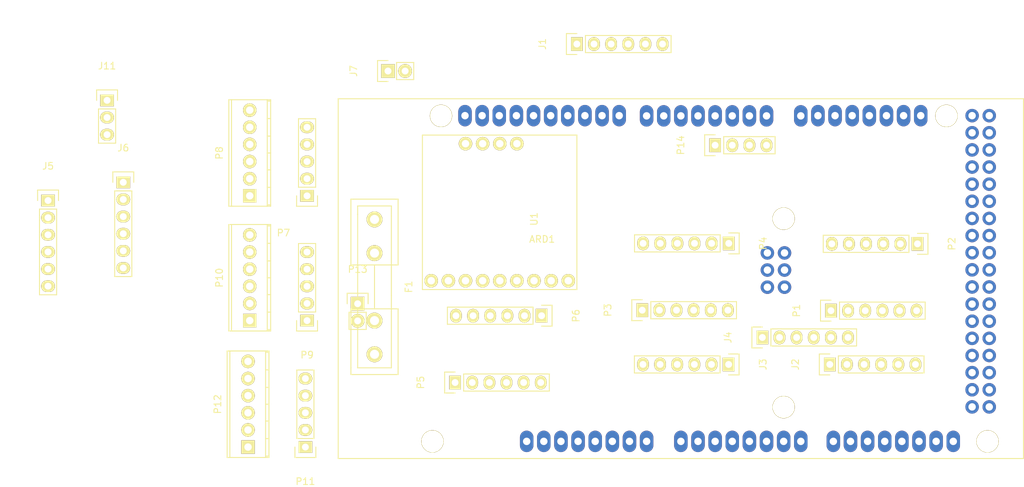
<source format=kicad_pcb>
(kicad_pcb (version 4) (host pcbnew 4.0.2+dfsg1-stable)

  (general
    (links 98)
    (no_connects 98)
    (area 13.724999 60.820237 163.494001 133.325)
    (thickness 1.6)
    (drawings 24)
    (tracks 0)
    (zones 0)
    (modules 25)
    (nets 60)
  )

  (page A4)
  (layers
    (0 F.Cu signal)
    (31 B.Cu signal)
    (32 B.Adhes user)
    (33 F.Adhes user)
    (34 B.Paste user)
    (35 F.Paste user)
    (36 B.SilkS user)
    (37 F.SilkS user)
    (38 B.Mask user)
    (39 F.Mask user)
    (40 Dwgs.User user)
    (41 Cmts.User user)
    (42 Eco1.User user)
    (43 Eco2.User user)
    (44 Edge.Cuts user)
    (45 Margin user)
    (46 B.CrtYd user)
    (47 F.CrtYd user)
    (48 B.Fab user)
    (49 F.Fab user)
  )

  (setup
    (last_trace_width 0.25)
    (trace_clearance 0.2)
    (zone_clearance 0.508)
    (zone_45_only no)
    (trace_min 0.2)
    (segment_width 0.2)
    (edge_width 0.15)
    (via_size 0.6)
    (via_drill 0.4)
    (via_min_size 0.4)
    (via_min_drill 0.3)
    (uvia_size 0.3)
    (uvia_drill 0.1)
    (uvias_allowed no)
    (uvia_min_size 0.2)
    (uvia_min_drill 0.1)
    (pcb_text_width 0.3)
    (pcb_text_size 1.5 1.5)
    (mod_edge_width 0.15)
    (mod_text_size 1 1)
    (mod_text_width 0.15)
    (pad_size 1.524 1.524)
    (pad_drill 0.762)
    (pad_to_mask_clearance 0.2)
    (aux_axis_origin 0 0)
    (visible_elements FFFFFF7F)
    (pcbplotparams
      (layerselection 0x00030_80000001)
      (usegerberextensions false)
      (excludeedgelayer true)
      (linewidth 0.100000)
      (plotframeref false)
      (viasonmask false)
      (mode 1)
      (useauxorigin false)
      (hpglpennumber 1)
      (hpglpenspeed 20)
      (hpglpendiameter 15)
      (hpglpenoverlay 2)
      (psnegative false)
      (psa4output false)
      (plotreference true)
      (plotvalue true)
      (plotinvisibletext false)
      (padsonsilk false)
      (subtractmaskfromsilk false)
      (outputformat 1)
      (mirror false)
      (drillshape 1)
      (scaleselection 1)
      (outputdirectory ""))
  )

  (net 0 "")
  (net 1 +5V)
  (net 2 Earth)
  (net 3 SCL)
  (net 4 "Net-(ARD1-Pad35)")
  (net 5 "Net-(ARD1-Pad53)")
  (net 6 "Net-(ARD1-Pad54)")
  (net 7 "Net-(ARD1-Pad55)")
  (net 8 "Net-(ARD1-Pad56)")
  (net 9 "Net-(ARD1-Pad57)")
  (net 10 "Net-(ARD1-Pad58)")
  (net 11 "Net-(ARD1-Pad59)")
  (net 12 "Net-(ARD1-Pad60)")
  (net 13 "Net-(ARD1-Pad61)")
  (net 14 "Net-(ARD1-Pad62)")
  (net 15 "Net-(ARD1-Pad63)")
  (net 16 "Net-(ARD1-Pad64)")
  (net 17 "Net-(ARD1-Pad65)")
  (net 18 "Net-(ARD1-Pad66)")
  (net 19 "Net-(ARD1-Pad67)")
  (net 20 "Net-(ARD1-Pad68)")
  (net 21 "Net-(ARD1-Pad69)")
  (net 22 "Net-(ARD1-Pad70)")
  (net 23 SDA)
  (net 24 "Net-(ARD1-Pad34)")
  (net 25 "Net-(ARD1-Pad36)")
  (net 26 "Net-(ARD1-Pad37)")
  (net 27 "Net-(ARD1-Pad38)")
  (net 28 "Net-(ARD1-Pad39)")
  (net 29 "Net-(ARD1-Pad40)")
  (net 30 TO_Pi)
  (net 31 FROM_Pi)
  (net 32 "Net-(J4-Pad5)")
  (net 33 "Net-(J4-Pad6)")
  (net 34 "Net-(J2-Pad5)")
  (net 35 "Net-(J2-Pad6)")
  (net 36 "Net-(J3-Pad5)")
  (net 37 "Net-(J3-Pad6)")
  (net 38 "Net-(J1-Pad5)")
  (net 39 "Net-(J1-Pad6)")
  (net 40 "Net-(J6-Pad5)")
  (net 41 "Net-(J6-Pad6)")
  (net 42 "Net-(J5-Pad5)")
  (net 43 "Net-(J5-Pad6)")
  (net 44 MOTOR_GND)
  (net 45 "Net-(J4-Pad2)")
  (net 46 "Net-(J4-Pad1)")
  (net 47 MOTOR_PWR)
  (net 48 "Net-(J3-Pad1)")
  (net 49 "Net-(J3-Pad2)")
  (net 50 "Net-(J1-Pad2)")
  (net 51 "Net-(J1-Pad1)")
  (net 52 "Net-(J2-Pad1)")
  (net 53 "Net-(J2-Pad2)")
  (net 54 "Net-(J5-Pad2)")
  (net 55 "Net-(J5-Pad1)")
  (net 56 "Net-(J6-Pad1)")
  (net 57 "Net-(J6-Pad2)")
  (net 58 +3V3)
  (net 59 +12V)

  (net_class Default "This is the default net class."
    (clearance 0.2)
    (trace_width 0.25)
    (via_dia 0.6)
    (via_drill 0.4)
    (uvia_dia 0.3)
    (uvia_drill 0.1)
    (add_net +12V)
    (add_net +3V3)
    (add_net +5V)
    (add_net Earth)
    (add_net FROM_Pi)
    (add_net MOTOR_GND)
    (add_net MOTOR_PWR)
    (add_net "Net-(ARD1-Pad34)")
    (add_net "Net-(ARD1-Pad35)")
    (add_net "Net-(ARD1-Pad36)")
    (add_net "Net-(ARD1-Pad37)")
    (add_net "Net-(ARD1-Pad38)")
    (add_net "Net-(ARD1-Pad39)")
    (add_net "Net-(ARD1-Pad40)")
    (add_net "Net-(ARD1-Pad53)")
    (add_net "Net-(ARD1-Pad54)")
    (add_net "Net-(ARD1-Pad55)")
    (add_net "Net-(ARD1-Pad56)")
    (add_net "Net-(ARD1-Pad57)")
    (add_net "Net-(ARD1-Pad58)")
    (add_net "Net-(ARD1-Pad59)")
    (add_net "Net-(ARD1-Pad60)")
    (add_net "Net-(ARD1-Pad61)")
    (add_net "Net-(ARD1-Pad62)")
    (add_net "Net-(ARD1-Pad63)")
    (add_net "Net-(ARD1-Pad64)")
    (add_net "Net-(ARD1-Pad65)")
    (add_net "Net-(ARD1-Pad66)")
    (add_net "Net-(ARD1-Pad67)")
    (add_net "Net-(ARD1-Pad68)")
    (add_net "Net-(ARD1-Pad69)")
    (add_net "Net-(ARD1-Pad70)")
    (add_net "Net-(J1-Pad1)")
    (add_net "Net-(J1-Pad2)")
    (add_net "Net-(J1-Pad5)")
    (add_net "Net-(J1-Pad6)")
    (add_net "Net-(J2-Pad1)")
    (add_net "Net-(J2-Pad2)")
    (add_net "Net-(J2-Pad5)")
    (add_net "Net-(J2-Pad6)")
    (add_net "Net-(J3-Pad1)")
    (add_net "Net-(J3-Pad2)")
    (add_net "Net-(J3-Pad5)")
    (add_net "Net-(J3-Pad6)")
    (add_net "Net-(J4-Pad1)")
    (add_net "Net-(J4-Pad2)")
    (add_net "Net-(J4-Pad5)")
    (add_net "Net-(J4-Pad6)")
    (add_net "Net-(J5-Pad1)")
    (add_net "Net-(J5-Pad2)")
    (add_net "Net-(J5-Pad5)")
    (add_net "Net-(J5-Pad6)")
    (add_net "Net-(J6-Pad1)")
    (add_net "Net-(J6-Pad2)")
    (add_net "Net-(J6-Pad5)")
    (add_net "Net-(J6-Pad6)")
    (add_net SCL)
    (add_net SDA)
    (add_net TO_Pi)
  )

  (module Pin_Headers:Pin_Header_Straight_1x06 (layer F.Cu) (tedit 5ABD889D) (tstamp 5A989220)
    (at 134.673 107.028 90)
    (descr "Through hole pin header")
    (tags "pin header")
    (path /5A8FC69A)
    (fp_text reference P1 (at 0 -5.1 90) (layer F.SilkS)
      (effects (font (size 1 1) (thickness 0.15)))
    )
    (fp_text value Shifter_Front_HI (at 4.028 6.327 180) (layer F.Fab)
      (effects (font (size 1 1) (thickness 0.15)))
    )
    (fp_line (start -1.75 -1.75) (end -1.75 14.45) (layer F.CrtYd) (width 0.05))
    (fp_line (start 1.75 -1.75) (end 1.75 14.45) (layer F.CrtYd) (width 0.05))
    (fp_line (start -1.75 -1.75) (end 1.75 -1.75) (layer F.CrtYd) (width 0.05))
    (fp_line (start -1.75 14.45) (end 1.75 14.45) (layer F.CrtYd) (width 0.05))
    (fp_line (start 1.27 1.27) (end 1.27 13.97) (layer F.SilkS) (width 0.15))
    (fp_line (start 1.27 13.97) (end -1.27 13.97) (layer F.SilkS) (width 0.15))
    (fp_line (start -1.27 13.97) (end -1.27 1.27) (layer F.SilkS) (width 0.15))
    (fp_line (start 1.55 -1.55) (end 1.55 0) (layer F.SilkS) (width 0.15))
    (fp_line (start 1.27 1.27) (end -1.27 1.27) (layer F.SilkS) (width 0.15))
    (fp_line (start -1.55 0) (end -1.55 -1.55) (layer F.SilkS) (width 0.15))
    (fp_line (start -1.55 -1.55) (end 1.55 -1.55) (layer F.SilkS) (width 0.15))
    (pad 1 thru_hole rect (at 0 0 90) (size 2.032 1.7272) (drill 1.016) (layers *.Cu *.Mask F.SilkS)
      (net 32 "Net-(J4-Pad5)"))
    (pad 2 thru_hole oval (at 0 2.54 90) (size 2.032 1.7272) (drill 1.016) (layers *.Cu *.Mask F.SilkS)
      (net 33 "Net-(J4-Pad6)"))
    (pad 3 thru_hole oval (at 0 5.08 90) (size 2.032 1.7272) (drill 1.016) (layers *.Cu *.Mask F.SilkS)
      (net 1 +5V))
    (pad 4 thru_hole oval (at 0 7.62 90) (size 2.032 1.7272) (drill 1.016) (layers *.Cu *.Mask F.SilkS)
      (net 2 Earth))
    (pad 5 thru_hole oval (at 0 10.16 90) (size 2.032 1.7272) (drill 1.016) (layers *.Cu *.Mask F.SilkS)
      (net 34 "Net-(J2-Pad5)"))
    (pad 6 thru_hole oval (at 0 12.7 90) (size 2.032 1.7272) (drill 1.016) (layers *.Cu *.Mask F.SilkS)
      (net 35 "Net-(J2-Pad6)"))
    (model Pin_Headers.3dshapes/Pin_Header_Straight_1x06.wrl
      (at (xyz 0 -0.25 0))
      (scale (xyz 1 1 1))
      (rotate (xyz 0 0 90))
    )
  )

  (module Pin_Headers:Pin_Header_Straight_1x06 (layer F.Cu) (tedit 5ABD8899) (tstamp 5A989235)
    (at 147.5 97.122 270)
    (descr "Through hole pin header")
    (tags "pin header")
    (path /5A8FD54B)
    (fp_text reference P2 (at 0 -5.1 270) (layer F.SilkS)
      (effects (font (size 1 1) (thickness 0.15)))
    )
    (fp_text value Shifter_Front_LO (at 2.878 5.5 360) (layer F.Fab)
      (effects (font (size 1 1) (thickness 0.15)))
    )
    (fp_line (start -1.75 -1.75) (end -1.75 14.45) (layer F.CrtYd) (width 0.05))
    (fp_line (start 1.75 -1.75) (end 1.75 14.45) (layer F.CrtYd) (width 0.05))
    (fp_line (start -1.75 -1.75) (end 1.75 -1.75) (layer F.CrtYd) (width 0.05))
    (fp_line (start -1.75 14.45) (end 1.75 14.45) (layer F.CrtYd) (width 0.05))
    (fp_line (start 1.27 1.27) (end 1.27 13.97) (layer F.SilkS) (width 0.15))
    (fp_line (start 1.27 13.97) (end -1.27 13.97) (layer F.SilkS) (width 0.15))
    (fp_line (start -1.27 13.97) (end -1.27 1.27) (layer F.SilkS) (width 0.15))
    (fp_line (start 1.55 -1.55) (end 1.55 0) (layer F.SilkS) (width 0.15))
    (fp_line (start 1.27 1.27) (end -1.27 1.27) (layer F.SilkS) (width 0.15))
    (fp_line (start -1.55 0) (end -1.55 -1.55) (layer F.SilkS) (width 0.15))
    (fp_line (start -1.55 -1.55) (end 1.55 -1.55) (layer F.SilkS) (width 0.15))
    (pad 1 thru_hole rect (at 0 0 270) (size 2.032 1.7272) (drill 1.016) (layers *.Cu *.Mask F.SilkS)
      (net 7 "Net-(ARD1-Pad55)"))
    (pad 2 thru_hole oval (at 0 2.54 270) (size 2.032 1.7272) (drill 1.016) (layers *.Cu *.Mask F.SilkS)
      (net 6 "Net-(ARD1-Pad54)"))
    (pad 3 thru_hole oval (at 0 5.08 270) (size 2.032 1.7272) (drill 1.016) (layers *.Cu *.Mask F.SilkS)
      (net 2 Earth))
    (pad 4 thru_hole oval (at 0 7.62 270) (size 2.032 1.7272) (drill 1.016) (layers *.Cu *.Mask F.SilkS)
      (net 58 +3V3))
    (pad 5 thru_hole oval (at 0 10.16 270) (size 2.032 1.7272) (drill 1.016) (layers *.Cu *.Mask F.SilkS)
      (net 13 "Net-(ARD1-Pad61)"))
    (pad 6 thru_hole oval (at 0 12.7 270) (size 2.032 1.7272) (drill 1.016) (layers *.Cu *.Mask F.SilkS)
      (net 12 "Net-(ARD1-Pad60)"))
    (model Pin_Headers.3dshapes/Pin_Header_Straight_1x06.wrl
      (at (xyz 0 -0.25 0))
      (scale (xyz 1 1 1))
      (rotate (xyz 0 0 90))
    )
  )

  (module Pin_Headers:Pin_Header_Straight_1x06 (layer F.Cu) (tedit 5ABD888C) (tstamp 5A98924A)
    (at 106.693 106.958 90)
    (descr "Through hole pin header")
    (tags "pin header")
    (path /5A9017F0)
    (fp_text reference P3 (at 0 -5.1 90) (layer F.SilkS)
      (effects (font (size 1 1) (thickness 0.15)))
    )
    (fp_text value Shifter_Back_HI (at 2.958 6.307 180) (layer F.Fab)
      (effects (font (size 1 1) (thickness 0.15)))
    )
    (fp_line (start -1.75 -1.75) (end -1.75 14.45) (layer F.CrtYd) (width 0.05))
    (fp_line (start 1.75 -1.75) (end 1.75 14.45) (layer F.CrtYd) (width 0.05))
    (fp_line (start -1.75 -1.75) (end 1.75 -1.75) (layer F.CrtYd) (width 0.05))
    (fp_line (start -1.75 14.45) (end 1.75 14.45) (layer F.CrtYd) (width 0.05))
    (fp_line (start 1.27 1.27) (end 1.27 13.97) (layer F.SilkS) (width 0.15))
    (fp_line (start 1.27 13.97) (end -1.27 13.97) (layer F.SilkS) (width 0.15))
    (fp_line (start -1.27 13.97) (end -1.27 1.27) (layer F.SilkS) (width 0.15))
    (fp_line (start 1.55 -1.55) (end 1.55 0) (layer F.SilkS) (width 0.15))
    (fp_line (start 1.27 1.27) (end -1.27 1.27) (layer F.SilkS) (width 0.15))
    (fp_line (start -1.55 0) (end -1.55 -1.55) (layer F.SilkS) (width 0.15))
    (fp_line (start -1.55 -1.55) (end 1.55 -1.55) (layer F.SilkS) (width 0.15))
    (pad 1 thru_hole rect (at 0 0 90) (size 2.032 1.7272) (drill 1.016) (layers *.Cu *.Mask F.SilkS)
      (net 36 "Net-(J3-Pad5)"))
    (pad 2 thru_hole oval (at 0 2.54 90) (size 2.032 1.7272) (drill 1.016) (layers *.Cu *.Mask F.SilkS)
      (net 37 "Net-(J3-Pad6)"))
    (pad 3 thru_hole oval (at 0 5.08 90) (size 2.032 1.7272) (drill 1.016) (layers *.Cu *.Mask F.SilkS)
      (net 1 +5V))
    (pad 4 thru_hole oval (at 0 7.62 90) (size 2.032 1.7272) (drill 1.016) (layers *.Cu *.Mask F.SilkS)
      (net 2 Earth))
    (pad 5 thru_hole oval (at 0 10.16 90) (size 2.032 1.7272) (drill 1.016) (layers *.Cu *.Mask F.SilkS)
      (net 38 "Net-(J1-Pad5)"))
    (pad 6 thru_hole oval (at 0 12.7 90) (size 2.032 1.7272) (drill 1.016) (layers *.Cu *.Mask F.SilkS)
      (net 39 "Net-(J1-Pad6)"))
    (model Pin_Headers.3dshapes/Pin_Header_Straight_1x06.wrl
      (at (xyz 0 -0.25 0))
      (scale (xyz 1 1 1))
      (rotate (xyz 0 0 90))
    )
  )

  (module Pin_Headers:Pin_Header_Straight_1x06 (layer F.Cu) (tedit 5ABD8892) (tstamp 5A98925F)
    (at 119.52 97.052 270)
    (descr "Through hole pin header")
    (tags "pin header")
    (path /5A901A10)
    (fp_text reference P4 (at 0 -5.1 270) (layer F.SilkS)
      (effects (font (size 1 1) (thickness 0.15)))
    )
    (fp_text value Shifter_Back_LO (at 3.948 6.52 360) (layer F.Fab)
      (effects (font (size 1 1) (thickness 0.15)))
    )
    (fp_line (start -1.75 -1.75) (end -1.75 14.45) (layer F.CrtYd) (width 0.05))
    (fp_line (start 1.75 -1.75) (end 1.75 14.45) (layer F.CrtYd) (width 0.05))
    (fp_line (start -1.75 -1.75) (end 1.75 -1.75) (layer F.CrtYd) (width 0.05))
    (fp_line (start -1.75 14.45) (end 1.75 14.45) (layer F.CrtYd) (width 0.05))
    (fp_line (start 1.27 1.27) (end 1.27 13.97) (layer F.SilkS) (width 0.15))
    (fp_line (start 1.27 13.97) (end -1.27 13.97) (layer F.SilkS) (width 0.15))
    (fp_line (start -1.27 13.97) (end -1.27 1.27) (layer F.SilkS) (width 0.15))
    (fp_line (start 1.55 -1.55) (end 1.55 0) (layer F.SilkS) (width 0.15))
    (fp_line (start 1.27 1.27) (end -1.27 1.27) (layer F.SilkS) (width 0.15))
    (fp_line (start -1.55 0) (end -1.55 -1.55) (layer F.SilkS) (width 0.15))
    (fp_line (start -1.55 -1.55) (end 1.55 -1.55) (layer F.SilkS) (width 0.15))
    (pad 1 thru_hole rect (at 0 0 270) (size 2.032 1.7272) (drill 1.016) (layers *.Cu *.Mask F.SilkS)
      (net 10 "Net-(ARD1-Pad58)"))
    (pad 2 thru_hole oval (at 0 2.54 270) (size 2.032 1.7272) (drill 1.016) (layers *.Cu *.Mask F.SilkS)
      (net 9 "Net-(ARD1-Pad57)"))
    (pad 3 thru_hole oval (at 0 5.08 270) (size 2.032 1.7272) (drill 1.016) (layers *.Cu *.Mask F.SilkS)
      (net 2 Earth))
    (pad 4 thru_hole oval (at 0 7.62 270) (size 2.032 1.7272) (drill 1.016) (layers *.Cu *.Mask F.SilkS)
      (net 58 +3V3))
    (pad 5 thru_hole oval (at 0 10.16 270) (size 2.032 1.7272) (drill 1.016) (layers *.Cu *.Mask F.SilkS)
      (net 16 "Net-(ARD1-Pad64)"))
    (pad 6 thru_hole oval (at 0 12.7 270) (size 2.032 1.7272) (drill 1.016) (layers *.Cu *.Mask F.SilkS)
      (net 15 "Net-(ARD1-Pad63)"))
    (model Pin_Headers.3dshapes/Pin_Header_Straight_1x06.wrl
      (at (xyz 0 -0.25 0))
      (scale (xyz 1 1 1))
      (rotate (xyz 0 0 90))
    )
  )

  (module Pin_Headers:Pin_Header_Straight_1x06 (layer F.Cu) (tedit 5ABD8886) (tstamp 5A989274)
    (at 78.947 117.684 90)
    (descr "Through hole pin header")
    (tags "pin header")
    (path /5A905ADD)
    (fp_text reference P5 (at 0 -5.1 90) (layer F.SilkS)
      (effects (font (size 1 1) (thickness 0.15)))
    )
    (fp_text value Shifter_Misc_HI (at 3.184 5.553 180) (layer F.Fab)
      (effects (font (size 1 1) (thickness 0.15)))
    )
    (fp_line (start -1.75 -1.75) (end -1.75 14.45) (layer F.CrtYd) (width 0.05))
    (fp_line (start 1.75 -1.75) (end 1.75 14.45) (layer F.CrtYd) (width 0.05))
    (fp_line (start -1.75 -1.75) (end 1.75 -1.75) (layer F.CrtYd) (width 0.05))
    (fp_line (start -1.75 14.45) (end 1.75 14.45) (layer F.CrtYd) (width 0.05))
    (fp_line (start 1.27 1.27) (end 1.27 13.97) (layer F.SilkS) (width 0.15))
    (fp_line (start 1.27 13.97) (end -1.27 13.97) (layer F.SilkS) (width 0.15))
    (fp_line (start -1.27 13.97) (end -1.27 1.27) (layer F.SilkS) (width 0.15))
    (fp_line (start 1.55 -1.55) (end 1.55 0) (layer F.SilkS) (width 0.15))
    (fp_line (start 1.27 1.27) (end -1.27 1.27) (layer F.SilkS) (width 0.15))
    (fp_line (start -1.55 0) (end -1.55 -1.55) (layer F.SilkS) (width 0.15))
    (fp_line (start -1.55 -1.55) (end 1.55 -1.55) (layer F.SilkS) (width 0.15))
    (pad 1 thru_hole rect (at 0 0 90) (size 2.032 1.7272) (drill 1.016) (layers *.Cu *.Mask F.SilkS)
      (net 40 "Net-(J6-Pad5)"))
    (pad 2 thru_hole oval (at 0 2.54 90) (size 2.032 1.7272) (drill 1.016) (layers *.Cu *.Mask F.SilkS)
      (net 41 "Net-(J6-Pad6)"))
    (pad 3 thru_hole oval (at 0 5.08 90) (size 2.032 1.7272) (drill 1.016) (layers *.Cu *.Mask F.SilkS)
      (net 1 +5V))
    (pad 4 thru_hole oval (at 0 7.62 90) (size 2.032 1.7272) (drill 1.016) (layers *.Cu *.Mask F.SilkS)
      (net 2 Earth))
    (pad 5 thru_hole oval (at 0 10.16 90) (size 2.032 1.7272) (drill 1.016) (layers *.Cu *.Mask F.SilkS)
      (net 42 "Net-(J5-Pad5)"))
    (pad 6 thru_hole oval (at 0 12.7 90) (size 2.032 1.7272) (drill 1.016) (layers *.Cu *.Mask F.SilkS)
      (net 43 "Net-(J5-Pad6)"))
    (model Pin_Headers.3dshapes/Pin_Header_Straight_1x06.wrl
      (at (xyz 0 -0.25 0))
      (scale (xyz 1 1 1))
      (rotate (xyz 0 0 90))
    )
  )

  (module Pin_Headers:Pin_Header_Straight_1x06 (layer F.Cu) (tedit 5ABD8880) (tstamp 5A989289)
    (at 91.774 107.778 270)
    (descr "Through hole pin header")
    (tags "pin header")
    (path /5A905DE3)
    (fp_text reference P6 (at 0 -5.1 270) (layer F.SilkS)
      (effects (font (size 1 1) (thickness 0.15)))
    )
    (fp_text value Shifter_Misc_LO (at 2.722 6.774 360) (layer F.Fab)
      (effects (font (size 1 1) (thickness 0.15)))
    )
    (fp_line (start -1.75 -1.75) (end -1.75 14.45) (layer F.CrtYd) (width 0.05))
    (fp_line (start 1.75 -1.75) (end 1.75 14.45) (layer F.CrtYd) (width 0.05))
    (fp_line (start -1.75 -1.75) (end 1.75 -1.75) (layer F.CrtYd) (width 0.05))
    (fp_line (start -1.75 14.45) (end 1.75 14.45) (layer F.CrtYd) (width 0.05))
    (fp_line (start 1.27 1.27) (end 1.27 13.97) (layer F.SilkS) (width 0.15))
    (fp_line (start 1.27 13.97) (end -1.27 13.97) (layer F.SilkS) (width 0.15))
    (fp_line (start -1.27 13.97) (end -1.27 1.27) (layer F.SilkS) (width 0.15))
    (fp_line (start 1.55 -1.55) (end 1.55 0) (layer F.SilkS) (width 0.15))
    (fp_line (start 1.27 1.27) (end -1.27 1.27) (layer F.SilkS) (width 0.15))
    (fp_line (start -1.55 0) (end -1.55 -1.55) (layer F.SilkS) (width 0.15))
    (fp_line (start -1.55 -1.55) (end 1.55 -1.55) (layer F.SilkS) (width 0.15))
    (pad 1 thru_hole rect (at 0 0 270) (size 2.032 1.7272) (drill 1.016) (layers *.Cu *.Mask F.SilkS)
      (net 22 "Net-(ARD1-Pad70)"))
    (pad 2 thru_hole oval (at 0 2.54 270) (size 2.032 1.7272) (drill 1.016) (layers *.Cu *.Mask F.SilkS)
      (net 21 "Net-(ARD1-Pad69)"))
    (pad 3 thru_hole oval (at 0 5.08 270) (size 2.032 1.7272) (drill 1.016) (layers *.Cu *.Mask F.SilkS)
      (net 2 Earth))
    (pad 4 thru_hole oval (at 0 7.62 270) (size 2.032 1.7272) (drill 1.016) (layers *.Cu *.Mask F.SilkS)
      (net 58 +3V3))
    (pad 5 thru_hole oval (at 0 10.16 270) (size 2.032 1.7272) (drill 1.016) (layers *.Cu *.Mask F.SilkS)
      (net 19 "Net-(ARD1-Pad67)"))
    (pad 6 thru_hole oval (at 0 12.7 270) (size 2.032 1.7272) (drill 1.016) (layers *.Cu *.Mask F.SilkS)
      (net 18 "Net-(ARD1-Pad66)"))
    (model Pin_Headers.3dshapes/Pin_Header_Straight_1x06.wrl
      (at (xyz 0 -0.25 0))
      (scale (xyz 1 1 1))
      (rotate (xyz 0 0 90))
    )
  )

  (module Pin_Headers:Pin_Header_Straight_1x05 (layer F.Cu) (tedit 5ABD8548) (tstamp 5A98929D)
    (at 57 90 180)
    (descr "Through hole pin header")
    (tags "pin header")
    (path /5A909CE8)
    (fp_text reference P7 (at 3.5 -5.5 180) (layer F.SilkS)
      (effects (font (size 1 1) (thickness 0.15)))
    )
    (fp_text value "Controller 1_1" (at 4 -3.5 180) (layer F.Fab)
      (effects (font (size 1 1) (thickness 0.15)))
    )
    (fp_line (start -1.55 0) (end -1.55 -1.55) (layer F.SilkS) (width 0.15))
    (fp_line (start -1.55 -1.55) (end 1.55 -1.55) (layer F.SilkS) (width 0.15))
    (fp_line (start 1.55 -1.55) (end 1.55 0) (layer F.SilkS) (width 0.15))
    (fp_line (start -1.75 -1.75) (end -1.75 11.95) (layer F.CrtYd) (width 0.05))
    (fp_line (start 1.75 -1.75) (end 1.75 11.95) (layer F.CrtYd) (width 0.05))
    (fp_line (start -1.75 -1.75) (end 1.75 -1.75) (layer F.CrtYd) (width 0.05))
    (fp_line (start -1.75 11.95) (end 1.75 11.95) (layer F.CrtYd) (width 0.05))
    (fp_line (start 1.27 1.27) (end 1.27 11.43) (layer F.SilkS) (width 0.15))
    (fp_line (start 1.27 11.43) (end -1.27 11.43) (layer F.SilkS) (width 0.15))
    (fp_line (start -1.27 11.43) (end -1.27 1.27) (layer F.SilkS) (width 0.15))
    (fp_line (start 1.27 1.27) (end -1.27 1.27) (layer F.SilkS) (width 0.15))
    (pad 1 thru_hole rect (at 0 0 180) (size 2.032 1.7272) (drill 1.016) (layers *.Cu *.Mask F.SilkS)
      (net 11 "Net-(ARD1-Pad59)"))
    (pad 2 thru_hole oval (at 0 2.54 180) (size 2.032 1.7272) (drill 1.016) (layers *.Cu *.Mask F.SilkS)
      (net 27 "Net-(ARD1-Pad38)"))
    (pad 3 thru_hole oval (at 0 5.08 180) (size 2.032 1.7272) (drill 1.016) (layers *.Cu *.Mask F.SilkS)
      (net 14 "Net-(ARD1-Pad62)"))
    (pad 4 thru_hole oval (at 0 7.62 180) (size 2.032 1.7272) (drill 1.016) (layers *.Cu *.Mask F.SilkS)
      (net 26 "Net-(ARD1-Pad37)"))
    (pad 5 thru_hole oval (at 0 10.16 180) (size 2.032 1.7272) (drill 1.016) (layers *.Cu *.Mask F.SilkS)
      (net 2 Earth))
    (model Pin_Headers.3dshapes/Pin_Header_Straight_1x05.wrl
      (at (xyz 0 -0.2 0))
      (scale (xyz 1 1 1))
      (rotate (xyz 0 0 90))
    )
  )

  (module Terminal_Blocks:TerminalBlock_Pheonix_MPT-2.54mm_6pol (layer F.Cu) (tedit 0) (tstamp 5A9892B8)
    (at 48.5 90 90)
    (descr "6-way 2.54mm pitch terminal block, Phoenix MPT series")
    (path /5A90BA7D)
    (fp_text reference P8 (at 6.35 -4.50088 90) (layer F.SilkS)
      (effects (font (size 1 1) (thickness 0.15)))
    )
    (fp_text value "Controller 1_2" (at 6.35 4.50088 90) (layer F.Fab)
      (effects (font (size 1 1) (thickness 0.15)))
    )
    (fp_line (start -1.778 -3.302) (end 14.478 -3.302) (layer F.CrtYd) (width 0.05))
    (fp_line (start -1.778 3.302) (end -1.778 -3.302) (layer F.CrtYd) (width 0.05))
    (fp_line (start 14.478 3.302) (end -1.778 3.302) (layer F.CrtYd) (width 0.05))
    (fp_line (start 14.478 -3.302) (end 14.478 3.302) (layer F.CrtYd) (width 0.05))
    (fp_line (start 14.2494 -3.0988) (end -1.5494 -3.0988) (layer F.SilkS) (width 0.15))
    (fp_line (start 14.2494 -2.70002) (end -1.5494 -2.70002) (layer F.SilkS) (width 0.15))
    (fp_line (start -1.5494 3.0988) (end 14.2494 3.0988) (layer F.SilkS) (width 0.15))
    (fp_line (start 14.2494 2.60096) (end -1.5494 2.60096) (layer F.SilkS) (width 0.15))
    (fp_line (start 11.45032 2.60096) (end 11.45032 3.0988) (layer F.SilkS) (width 0.15))
    (fp_line (start 8.84936 2.60096) (end 8.84936 3.0988) (layer F.SilkS) (width 0.15))
    (fp_line (start 6.34746 2.60096) (end 6.34746 3.0988) (layer F.SilkS) (width 0.15))
    (fp_line (start 3.85064 2.60096) (end 3.85064 3.0988) (layer F.SilkS) (width 0.15))
    (fp_line (start -1.3462 3.0988) (end -1.3462 2.60096) (layer F.SilkS) (width 0.15))
    (fp_line (start 14.0462 2.60096) (end 14.0462 3.0988) (layer F.SilkS) (width 0.15))
    (fp_line (start 1.25222 3.0988) (end 1.25222 2.60096) (layer F.SilkS) (width 0.15))
    (fp_line (start 14.24432 3.0988) (end 14.24432 -3.0988) (layer F.SilkS) (width 0.15))
    (fp_line (start -1.54432 -3.0988) (end -1.54432 3.0988) (layer F.SilkS) (width 0.15))
    (pad 4 thru_hole oval (at 7.62 0 270) (size 1.99898 1.99898) (drill 1.09728) (layers *.Cu *.Mask F.SilkS)
      (net 44 MOTOR_GND))
    (pad 1 thru_hole rect (at 0 0 270) (size 1.99898 1.99898) (drill 1.09728) (layers *.Cu *.Mask F.SilkS)
      (net 45 "Net-(J4-Pad2)"))
    (pad 2 thru_hole oval (at 2.54 0 270) (size 1.99898 1.99898) (drill 1.09728) (layers *.Cu *.Mask F.SilkS)
      (net 46 "Net-(J4-Pad1)"))
    (pad 3 thru_hole oval (at 5.08 0 270) (size 1.99898 1.99898) (drill 1.09728) (layers *.Cu *.Mask F.SilkS)
      (net 47 MOTOR_PWR))
    (pad 5 thru_hole oval (at 10.16 0 270) (size 1.99898 1.99898) (drill 1.09728) (layers *.Cu *.Mask F.SilkS)
      (net 48 "Net-(J3-Pad1)"))
    (pad 6 thru_hole oval (at 12.7 0 270) (size 1.99898 1.99898) (drill 1.09728) (layers *.Cu *.Mask F.SilkS)
      (net 49 "Net-(J3-Pad2)"))
    (model Terminal_Blocks.3dshapes/TerminalBlock_Pheonix_MPT-2.54mm_6pol.wrl
      (at (xyz 0.25 0 0))
      (scale (xyz 1 1 1))
      (rotate (xyz 0 0 0))
    )
  )

  (module Pin_Headers:Pin_Header_Straight_1x05 (layer F.Cu) (tedit 54EA0684) (tstamp 5A9892CC)
    (at 57 108.5 180)
    (descr "Through hole pin header")
    (tags "pin header")
    (path /5A90C2AF)
    (fp_text reference P9 (at 0 -5.1 180) (layer F.SilkS)
      (effects (font (size 1 1) (thickness 0.15)))
    )
    (fp_text value "Controller 2_1" (at 0 -3.1 180) (layer F.Fab)
      (effects (font (size 1 1) (thickness 0.15)))
    )
    (fp_line (start -1.55 0) (end -1.55 -1.55) (layer F.SilkS) (width 0.15))
    (fp_line (start -1.55 -1.55) (end 1.55 -1.55) (layer F.SilkS) (width 0.15))
    (fp_line (start 1.55 -1.55) (end 1.55 0) (layer F.SilkS) (width 0.15))
    (fp_line (start -1.75 -1.75) (end -1.75 11.95) (layer F.CrtYd) (width 0.05))
    (fp_line (start 1.75 -1.75) (end 1.75 11.95) (layer F.CrtYd) (width 0.05))
    (fp_line (start -1.75 -1.75) (end 1.75 -1.75) (layer F.CrtYd) (width 0.05))
    (fp_line (start -1.75 11.95) (end 1.75 11.95) (layer F.CrtYd) (width 0.05))
    (fp_line (start 1.27 1.27) (end 1.27 11.43) (layer F.SilkS) (width 0.15))
    (fp_line (start 1.27 11.43) (end -1.27 11.43) (layer F.SilkS) (width 0.15))
    (fp_line (start -1.27 11.43) (end -1.27 1.27) (layer F.SilkS) (width 0.15))
    (fp_line (start 1.27 1.27) (end -1.27 1.27) (layer F.SilkS) (width 0.15))
    (pad 1 thru_hole rect (at 0 0 180) (size 2.032 1.7272) (drill 1.016) (layers *.Cu *.Mask F.SilkS)
      (net 2 Earth))
    (pad 2 thru_hole oval (at 0 2.54 180) (size 2.032 1.7272) (drill 1.016) (layers *.Cu *.Mask F.SilkS)
      (net 28 "Net-(ARD1-Pad39)"))
    (pad 3 thru_hole oval (at 0 5.08 180) (size 2.032 1.7272) (drill 1.016) (layers *.Cu *.Mask F.SilkS)
      (net 8 "Net-(ARD1-Pad56)"))
    (pad 4 thru_hole oval (at 0 7.62 180) (size 2.032 1.7272) (drill 1.016) (layers *.Cu *.Mask F.SilkS)
      (net 29 "Net-(ARD1-Pad40)"))
    (pad 5 thru_hole oval (at 0 10.16 180) (size 2.032 1.7272) (drill 1.016) (layers *.Cu *.Mask F.SilkS)
      (net 5 "Net-(ARD1-Pad53)"))
    (model Pin_Headers.3dshapes/Pin_Header_Straight_1x05.wrl
      (at (xyz 0 -0.2 0))
      (scale (xyz 1 1 1))
      (rotate (xyz 0 0 90))
    )
  )

  (module Terminal_Blocks:TerminalBlock_Pheonix_MPT-2.54mm_6pol (layer F.Cu) (tedit 0) (tstamp 5A9892E7)
    (at 48.5 108.5 90)
    (descr "6-way 2.54mm pitch terminal block, Phoenix MPT series")
    (path /5A90CA17)
    (fp_text reference P10 (at 6.35 -4.50088 90) (layer F.SilkS)
      (effects (font (size 1 1) (thickness 0.15)))
    )
    (fp_text value "Controller 2_2" (at 6.35 4.50088 90) (layer F.Fab)
      (effects (font (size 1 1) (thickness 0.15)))
    )
    (fp_line (start -1.778 -3.302) (end 14.478 -3.302) (layer F.CrtYd) (width 0.05))
    (fp_line (start -1.778 3.302) (end -1.778 -3.302) (layer F.CrtYd) (width 0.05))
    (fp_line (start 14.478 3.302) (end -1.778 3.302) (layer F.CrtYd) (width 0.05))
    (fp_line (start 14.478 -3.302) (end 14.478 3.302) (layer F.CrtYd) (width 0.05))
    (fp_line (start 14.2494 -3.0988) (end -1.5494 -3.0988) (layer F.SilkS) (width 0.15))
    (fp_line (start 14.2494 -2.70002) (end -1.5494 -2.70002) (layer F.SilkS) (width 0.15))
    (fp_line (start -1.5494 3.0988) (end 14.2494 3.0988) (layer F.SilkS) (width 0.15))
    (fp_line (start 14.2494 2.60096) (end -1.5494 2.60096) (layer F.SilkS) (width 0.15))
    (fp_line (start 11.45032 2.60096) (end 11.45032 3.0988) (layer F.SilkS) (width 0.15))
    (fp_line (start 8.84936 2.60096) (end 8.84936 3.0988) (layer F.SilkS) (width 0.15))
    (fp_line (start 6.34746 2.60096) (end 6.34746 3.0988) (layer F.SilkS) (width 0.15))
    (fp_line (start 3.85064 2.60096) (end 3.85064 3.0988) (layer F.SilkS) (width 0.15))
    (fp_line (start -1.3462 3.0988) (end -1.3462 2.60096) (layer F.SilkS) (width 0.15))
    (fp_line (start 14.0462 2.60096) (end 14.0462 3.0988) (layer F.SilkS) (width 0.15))
    (fp_line (start 1.25222 3.0988) (end 1.25222 2.60096) (layer F.SilkS) (width 0.15))
    (fp_line (start 14.24432 3.0988) (end 14.24432 -3.0988) (layer F.SilkS) (width 0.15))
    (fp_line (start -1.54432 -3.0988) (end -1.54432 3.0988) (layer F.SilkS) (width 0.15))
    (pad 4 thru_hole oval (at 7.62 0 270) (size 1.99898 1.99898) (drill 1.09728) (layers *.Cu *.Mask F.SilkS)
      (net 47 MOTOR_PWR))
    (pad 1 thru_hole rect (at 0 0 270) (size 1.99898 1.99898) (drill 1.09728) (layers *.Cu *.Mask F.SilkS)
      (net 50 "Net-(J1-Pad2)"))
    (pad 2 thru_hole oval (at 2.54 0 270) (size 1.99898 1.99898) (drill 1.09728) (layers *.Cu *.Mask F.SilkS)
      (net 51 "Net-(J1-Pad1)"))
    (pad 3 thru_hole oval (at 5.08 0 270) (size 1.99898 1.99898) (drill 1.09728) (layers *.Cu *.Mask F.SilkS)
      (net 44 MOTOR_GND))
    (pad 5 thru_hole oval (at 10.16 0 270) (size 1.99898 1.99898) (drill 1.09728) (layers *.Cu *.Mask F.SilkS)
      (net 52 "Net-(J2-Pad1)"))
    (pad 6 thru_hole oval (at 12.7 0 270) (size 1.99898 1.99898) (drill 1.09728) (layers *.Cu *.Mask F.SilkS)
      (net 53 "Net-(J2-Pad2)"))
    (model Terminal_Blocks.3dshapes/TerminalBlock_Pheonix_MPT-2.54mm_6pol.wrl
      (at (xyz 0.25 0 0))
      (scale (xyz 1 1 1))
      (rotate (xyz 0 0 0))
    )
  )

  (module Pin_Headers:Pin_Header_Straight_1x05 (layer F.Cu) (tedit 54EA0684) (tstamp 5A9892FB)
    (at 56.75 127.25 180)
    (descr "Through hole pin header")
    (tags "pin header")
    (path /5A90DD37)
    (fp_text reference P11 (at 0 -5.1 180) (layer F.SilkS)
      (effects (font (size 1 1) (thickness 0.15)))
    )
    (fp_text value "Controller 3_1" (at 0 -3.1 180) (layer F.Fab)
      (effects (font (size 1 1) (thickness 0.15)))
    )
    (fp_line (start -1.55 0) (end -1.55 -1.55) (layer F.SilkS) (width 0.15))
    (fp_line (start -1.55 -1.55) (end 1.55 -1.55) (layer F.SilkS) (width 0.15))
    (fp_line (start 1.55 -1.55) (end 1.55 0) (layer F.SilkS) (width 0.15))
    (fp_line (start -1.75 -1.75) (end -1.75 11.95) (layer F.CrtYd) (width 0.05))
    (fp_line (start 1.75 -1.75) (end 1.75 11.95) (layer F.CrtYd) (width 0.05))
    (fp_line (start -1.75 -1.75) (end 1.75 -1.75) (layer F.CrtYd) (width 0.05))
    (fp_line (start -1.75 11.95) (end 1.75 11.95) (layer F.CrtYd) (width 0.05))
    (fp_line (start 1.27 1.27) (end 1.27 11.43) (layer F.SilkS) (width 0.15))
    (fp_line (start 1.27 11.43) (end -1.27 11.43) (layer F.SilkS) (width 0.15))
    (fp_line (start -1.27 11.43) (end -1.27 1.27) (layer F.SilkS) (width 0.15))
    (fp_line (start 1.27 1.27) (end -1.27 1.27) (layer F.SilkS) (width 0.15))
    (pad 1 thru_hole rect (at 0 0 180) (size 2.032 1.7272) (drill 1.016) (layers *.Cu *.Mask F.SilkS)
      (net 2 Earth))
    (pad 2 thru_hole oval (at 0 2.54 180) (size 2.032 1.7272) (drill 1.016) (layers *.Cu *.Mask F.SilkS)
      (net 4 "Net-(ARD1-Pad35)"))
    (pad 3 thru_hole oval (at 0 5.08 180) (size 2.032 1.7272) (drill 1.016) (layers *.Cu *.Mask F.SilkS)
      (net 20 "Net-(ARD1-Pad68)"))
    (pad 4 thru_hole oval (at 0 7.62 180) (size 2.032 1.7272) (drill 1.016) (layers *.Cu *.Mask F.SilkS)
      (net 25 "Net-(ARD1-Pad36)"))
    (pad 5 thru_hole oval (at 0 10.16 180) (size 2.032 1.7272) (drill 1.016) (layers *.Cu *.Mask F.SilkS)
      (net 17 "Net-(ARD1-Pad65)"))
    (model Pin_Headers.3dshapes/Pin_Header_Straight_1x05.wrl
      (at (xyz 0 -0.2 0))
      (scale (xyz 1 1 1))
      (rotate (xyz 0 0 90))
    )
  )

  (module Terminal_Blocks:TerminalBlock_Pheonix_MPT-2.54mm_6pol (layer F.Cu) (tedit 0) (tstamp 5A989316)
    (at 48.25 127.25 90)
    (descr "6-way 2.54mm pitch terminal block, Phoenix MPT series")
    (path /5A90E6D9)
    (fp_text reference P12 (at 6.35 -4.50088 90) (layer F.SilkS)
      (effects (font (size 1 1) (thickness 0.15)))
    )
    (fp_text value "Controller 3_2" (at 6.35 4.50088 90) (layer F.Fab)
      (effects (font (size 1 1) (thickness 0.15)))
    )
    (fp_line (start -1.778 -3.302) (end 14.478 -3.302) (layer F.CrtYd) (width 0.05))
    (fp_line (start -1.778 3.302) (end -1.778 -3.302) (layer F.CrtYd) (width 0.05))
    (fp_line (start 14.478 3.302) (end -1.778 3.302) (layer F.CrtYd) (width 0.05))
    (fp_line (start 14.478 -3.302) (end 14.478 3.302) (layer F.CrtYd) (width 0.05))
    (fp_line (start 14.2494 -3.0988) (end -1.5494 -3.0988) (layer F.SilkS) (width 0.15))
    (fp_line (start 14.2494 -2.70002) (end -1.5494 -2.70002) (layer F.SilkS) (width 0.15))
    (fp_line (start -1.5494 3.0988) (end 14.2494 3.0988) (layer F.SilkS) (width 0.15))
    (fp_line (start 14.2494 2.60096) (end -1.5494 2.60096) (layer F.SilkS) (width 0.15))
    (fp_line (start 11.45032 2.60096) (end 11.45032 3.0988) (layer F.SilkS) (width 0.15))
    (fp_line (start 8.84936 2.60096) (end 8.84936 3.0988) (layer F.SilkS) (width 0.15))
    (fp_line (start 6.34746 2.60096) (end 6.34746 3.0988) (layer F.SilkS) (width 0.15))
    (fp_line (start 3.85064 2.60096) (end 3.85064 3.0988) (layer F.SilkS) (width 0.15))
    (fp_line (start -1.3462 3.0988) (end -1.3462 2.60096) (layer F.SilkS) (width 0.15))
    (fp_line (start 14.0462 2.60096) (end 14.0462 3.0988) (layer F.SilkS) (width 0.15))
    (fp_line (start 1.25222 3.0988) (end 1.25222 2.60096) (layer F.SilkS) (width 0.15))
    (fp_line (start 14.24432 3.0988) (end 14.24432 -3.0988) (layer F.SilkS) (width 0.15))
    (fp_line (start -1.54432 -3.0988) (end -1.54432 3.0988) (layer F.SilkS) (width 0.15))
    (pad 4 thru_hole oval (at 7.62 0 270) (size 1.99898 1.99898) (drill 1.09728) (layers *.Cu *.Mask F.SilkS)
      (net 44 MOTOR_GND))
    (pad 1 thru_hole rect (at 0 0 270) (size 1.99898 1.99898) (drill 1.09728) (layers *.Cu *.Mask F.SilkS)
      (net 54 "Net-(J5-Pad2)"))
    (pad 2 thru_hole oval (at 2.54 0 270) (size 1.99898 1.99898) (drill 1.09728) (layers *.Cu *.Mask F.SilkS)
      (net 55 "Net-(J5-Pad1)"))
    (pad 3 thru_hole oval (at 5.08 0 270) (size 1.99898 1.99898) (drill 1.09728) (layers *.Cu *.Mask F.SilkS)
      (net 47 MOTOR_PWR))
    (pad 5 thru_hole oval (at 10.16 0 270) (size 1.99898 1.99898) (drill 1.09728) (layers *.Cu *.Mask F.SilkS)
      (net 56 "Net-(J6-Pad1)"))
    (pad 6 thru_hole oval (at 12.7 0 270) (size 1.99898 1.99898) (drill 1.09728) (layers *.Cu *.Mask F.SilkS)
      (net 57 "Net-(J6-Pad2)"))
    (model Terminal_Blocks.3dshapes/TerminalBlock_Pheonix_MPT-2.54mm_6pol.wrl
      (at (xyz 0.25 0 0))
      (scale (xyz 1 1 1))
      (rotate (xyz 0 0 0))
    )
  )

  (module Pin_Headers:Pin_Header_Straight_1x02 (layer F.Cu) (tedit 54EA090C) (tstamp 5A99757C)
    (at 64.5 106)
    (descr "Through hole pin header")
    (tags "pin header")
    (path /5A98ECA7)
    (fp_text reference P13 (at 0 -5.1) (layer F.SilkS)
      (effects (font (size 1 1) (thickness 0.15)))
    )
    (fp_text value "battery stuff" (at 0 -3.1) (layer F.Fab)
      (effects (font (size 1 1) (thickness 0.15)))
    )
    (fp_line (start 1.27 1.27) (end 1.27 3.81) (layer F.SilkS) (width 0.15))
    (fp_line (start 1.55 -1.55) (end 1.55 0) (layer F.SilkS) (width 0.15))
    (fp_line (start -1.75 -1.75) (end -1.75 4.3) (layer F.CrtYd) (width 0.05))
    (fp_line (start 1.75 -1.75) (end 1.75 4.3) (layer F.CrtYd) (width 0.05))
    (fp_line (start -1.75 -1.75) (end 1.75 -1.75) (layer F.CrtYd) (width 0.05))
    (fp_line (start -1.75 4.3) (end 1.75 4.3) (layer F.CrtYd) (width 0.05))
    (fp_line (start 1.27 1.27) (end -1.27 1.27) (layer F.SilkS) (width 0.15))
    (fp_line (start -1.55 0) (end -1.55 -1.55) (layer F.SilkS) (width 0.15))
    (fp_line (start -1.55 -1.55) (end 1.55 -1.55) (layer F.SilkS) (width 0.15))
    (fp_line (start -1.27 1.27) (end -1.27 3.81) (layer F.SilkS) (width 0.15))
    (fp_line (start -1.27 3.81) (end 1.27 3.81) (layer F.SilkS) (width 0.15))
    (pad 1 thru_hole rect (at 0 0) (size 2.032 2.032) (drill 1.016) (layers *.Cu *.Mask F.SilkS)
      (net 59 +12V))
    (pad 2 thru_hole oval (at 0 2.54) (size 2.032 2.032) (drill 1.016) (layers *.Cu *.Mask F.SilkS)
      (net 2 Earth))
    (model Pin_Headers.3dshapes/Pin_Header_Straight_1x02.wrl
      (at (xyz 0 -0.05 0))
      (scale (xyz 1 1 1))
      (rotate (xyz 0 0 90))
    )
  )

  (module MotorCapeComponents:Arduino_Due_Shield (layer F.Cu) (tedit 5A8F6C55) (tstamp 5A9975E7)
    (at 61.619 75.608)
    (path /5ABDC643)
    (fp_text reference ARD1 (at 30.226 20.828) (layer F.SilkS)
      (effects (font (size 1 1) (thickness 0.15)))
    )
    (fp_text value Arduino_Due_Shield-NEW (at 17.526 20.828) (layer F.Fab)
      (effects (font (size 1 1) (thickness 0.15)))
    )
    (fp_line (start 0 0) (end 101.6 0) (layer F.SilkS) (width 0.15))
    (fp_line (start 101.6 0) (end 101.6 53.34) (layer F.SilkS) (width 0.15))
    (fp_line (start 101.6 53.34) (end 0 53.34) (layer F.SilkS) (width 0.15))
    (fp_line (start 0 53.34) (end 0 0) (layer F.SilkS) (width 0.15))
    (pad 92 thru_hole circle (at 66.167 22.86) (size 2 2) (drill 1.1) (layers *.Cu *.Mask))
    (pad 91 thru_hole circle (at 66.167 25.4) (size 2 2) (drill 1.1) (layers *.Cu *.Mask))
    (pad 90 thru_hole circle (at 66.167 27.94) (size 2 2) (drill 1.1) (layers *.Cu *.Mask))
    (pad 87 thru_hole circle (at 63.627 27.94) (size 2 2) (drill 1.1) (layers *.Cu *.Mask))
    (pad 88 thru_hole circle (at 63.627 25.4) (size 2 2) (drill 1.1) (layers *.Cu *.Mask))
    (pad 89 thru_hole circle (at 63.627 22.86) (size 2 2) (drill 1.1) (layers *.Cu *.Mask))
    (pad "" np_thru_hole circle (at 66.04 45.72) (size 3.302 3.302) (drill 3.175) (layers *.Cu *.Mask F.SilkS))
    (pad "" np_thru_hole circle (at 13.97 50.8) (size 3.302 3.302) (drill 3.175) (layers *.Cu *.Mask F.SilkS))
    (pad "" np_thru_hole circle (at 15.24 2.54) (size 3.302 3.302) (drill 3.175) (layers *.Cu *.Mask F.SilkS))
    (pad "" np_thru_hole circle (at 66.04 17.78) (size 3.302 3.302) (drill 3.175) (layers *.Cu *.Mask F.SilkS))
    (pad "" np_thru_hole circle (at 96.266 50.8) (size 3.302 3.302) (drill 3.175) (layers *.Cu *.Mask F.SilkS))
    (pad 17 thru_hole oval (at 73.406 50.8) (size 2 3.175) (drill 1.1) (layers *.Cu *.Mask))
    (pad 9 thru_hole oval (at 50.8 50.8) (size 2 3.175) (drill 1.1) (layers *.Cu *.Mask))
    (pad 25 thru_hole oval (at 18.796 2.508) (size 2 3.175) (drill 1.1) (layers *.Cu *.Mask)
      (net 3 SCL))
    (pad 1 thru_hole oval (at 27.94 50.8) (size 2 3.175) (drill 1.1) (layers *.Cu *.Mask))
    (pad 35 thru_hole oval (at 45.72 2.54) (size 2 3.175) (drill 1.1) (layers *.Cu *.Mask)
      (net 4 "Net-(ARD1-Pad35)"))
    (pad 43 thru_hole oval (at 68.58 2.54) (size 2 3.175) (drill 1.1) (layers *.Cu *.Mask))
    (pad 44 thru_hole oval (at 71.12 2.508) (size 2 3.175) (drill 1.1) (layers *.Cu *.Mask))
    (pad 45 thru_hole oval (at 73.66 2.508) (size 2 3.175) (drill 1.1) (layers *.Cu *.Mask))
    (pad 46 thru_hole oval (at 76.2 2.508) (size 2 3.175) (drill 1.1) (layers *.Cu *.Mask))
    (pad 47 thru_hole oval (at 78.74 2.508) (size 2 3.175) (drill 1.1) (layers *.Cu *.Mask))
    (pad 48 thru_hole oval (at 81.28 2.508) (size 2 3.175) (drill 1.1) (layers *.Cu *.Mask))
    (pad 49 thru_hole oval (at 83.82 2.508) (size 2 3.175) (drill 1.1) (layers *.Cu *.Mask))
    (pad 50 thru_hole oval (at 86.36 2.508) (size 2 3.175) (drill 1.1) (layers *.Cu *.Mask))
    (pad 51 thru_hole circle (at 93.98 2.508) (size 2 2) (drill 1.1) (layers *.Cu *.Mask))
    (pad 52 thru_hole circle (at 96.52 2.508) (size 2 2) (drill 1.1) (layers *.Cu *.Mask))
    (pad 53 thru_hole circle (at 93.98 5.048) (size 2 2) (drill 1.1) (layers *.Cu *.Mask)
      (net 5 "Net-(ARD1-Pad53)"))
    (pad 54 thru_hole circle (at 96.52 5.048) (size 2 2) (drill 1.1) (layers *.Cu *.Mask)
      (net 6 "Net-(ARD1-Pad54)"))
    (pad 55 thru_hole circle (at 93.98 7.588) (size 2 2) (drill 1.1) (layers *.Cu *.Mask)
      (net 7 "Net-(ARD1-Pad55)"))
    (pad 56 thru_hole circle (at 96.52 7.588) (size 2 2) (drill 1.1) (layers *.Cu *.Mask)
      (net 8 "Net-(ARD1-Pad56)"))
    (pad 57 thru_hole circle (at 93.98 10.128) (size 2 2) (drill 1.1) (layers *.Cu *.Mask)
      (net 9 "Net-(ARD1-Pad57)"))
    (pad 58 thru_hole circle (at 96.52 10.128) (size 2 2) (drill 1.1) (layers *.Cu *.Mask)
      (net 10 "Net-(ARD1-Pad58)"))
    (pad 59 thru_hole circle (at 93.98 12.668) (size 2 2) (drill 1.1) (layers *.Cu *.Mask)
      (net 11 "Net-(ARD1-Pad59)"))
    (pad 60 thru_hole circle (at 96.52 12.668) (size 2 2) (drill 1.1) (layers *.Cu *.Mask)
      (net 12 "Net-(ARD1-Pad60)"))
    (pad 61 thru_hole circle (at 93.98 15.208) (size 2 2) (drill 1.1) (layers *.Cu *.Mask)
      (net 13 "Net-(ARD1-Pad61)"))
    (pad 62 thru_hole circle (at 96.52 15.208) (size 2 2) (drill 1.1) (layers *.Cu *.Mask)
      (net 14 "Net-(ARD1-Pad62)"))
    (pad 63 thru_hole circle (at 93.98 17.748) (size 2 2) (drill 1.1) (layers *.Cu *.Mask)
      (net 15 "Net-(ARD1-Pad63)"))
    (pad 64 thru_hole circle (at 96.52 17.748) (size 2 2) (drill 1.1) (layers *.Cu *.Mask)
      (net 16 "Net-(ARD1-Pad64)"))
    (pad 65 thru_hole circle (at 93.98 20.288) (size 2 2) (drill 1.1) (layers *.Cu *.Mask)
      (net 17 "Net-(ARD1-Pad65)"))
    (pad 66 thru_hole circle (at 96.52 20.288) (size 2 2) (drill 1.1) (layers *.Cu *.Mask)
      (net 18 "Net-(ARD1-Pad66)"))
    (pad 67 thru_hole circle (at 93.98 22.828) (size 2 2) (drill 1.1) (layers *.Cu *.Mask)
      (net 19 "Net-(ARD1-Pad67)"))
    (pad 68 thru_hole circle (at 96.52 22.828) (size 2 2) (drill 1.1) (layers *.Cu *.Mask)
      (net 20 "Net-(ARD1-Pad68)"))
    (pad 69 thru_hole circle (at 93.98 25.368) (size 2 2) (drill 1.1) (layers *.Cu *.Mask)
      (net 21 "Net-(ARD1-Pad69)"))
    (pad 70 thru_hole circle (at 96.52 25.368) (size 2 2) (drill 1.1) (layers *.Cu *.Mask)
      (net 22 "Net-(ARD1-Pad70)"))
    (pad 71 thru_hole circle (at 93.98 27.908) (size 2 2) (drill 1.1) (layers *.Cu *.Mask))
    (pad 72 thru_hole circle (at 96.52 27.908) (size 2 2) (drill 1.1) (layers *.Cu *.Mask))
    (pad 73 thru_hole circle (at 93.98 30.448) (size 2 2) (drill 1.1) (layers *.Cu *.Mask))
    (pad 74 thru_hole circle (at 96.52 30.448) (size 2 2) (drill 1.1) (layers *.Cu *.Mask))
    (pad 75 thru_hole circle (at 93.98 32.988) (size 2 2) (drill 1.1) (layers *.Cu *.Mask))
    (pad 76 thru_hole circle (at 96.52 32.988) (size 2 2) (drill 1.1) (layers *.Cu *.Mask))
    (pad 77 thru_hole circle (at 93.98 35.528) (size 2 2) (drill 1.1) (layers *.Cu *.Mask))
    (pad 78 thru_hole circle (at 96.52 35.528) (size 2 2) (drill 1.1) (layers *.Cu *.Mask))
    (pad 79 thru_hole circle (at 93.98 38.068) (size 2 2) (drill 1.1) (layers *.Cu *.Mask))
    (pad 80 thru_hole circle (at 96.52 38.068) (size 2 2) (drill 1.1) (layers *.Cu *.Mask))
    (pad 81 thru_hole circle (at 93.98 40.608) (size 2 2) (drill 1.1) (layers *.Cu *.Mask))
    (pad 82 thru_hole circle (at 96.52 40.608) (size 2 2) (drill 1.1) (layers *.Cu *.Mask))
    (pad 83 thru_hole circle (at 93.98 43.148) (size 2 2) (drill 1.1) (layers *.Cu *.Mask))
    (pad 84 thru_hole circle (at 96.52 43.148) (size 2 2) (drill 1.1) (layers *.Cu *.Mask))
    (pad 85 thru_hole circle (at 93.98 45.688) (size 2 2) (drill 1.1) (layers *.Cu *.Mask))
    (pad 86 thru_hole circle (at 96.52 45.688) (size 2 2) (drill 1.1) (layers *.Cu *.Mask))
    (pad "" np_thru_hole circle (at 90.17 2.54) (size 3.302 3.302) (drill 3.175) (layers *.Cu *.Mask F.SilkS))
    (pad 2 thru_hole oval (at 30.48 50.8) (size 2 3.175) (drill 1.1) (layers *.Cu *.Mask))
    (pad 3 thru_hole oval (at 33.02 50.8) (size 2 3.175) (drill 1.1) (layers *.Cu *.Mask))
    (pad 4 thru_hole oval (at 35.56 50.8) (size 2 3.175) (drill 1.1) (layers *.Cu *.Mask))
    (pad 5 thru_hole oval (at 38.1 50.8) (size 2 3.175) (drill 1.1) (layers *.Cu *.Mask)
      (net 1 +5V))
    (pad 6 thru_hole oval (at 40.64 50.8) (size 2 3.175) (drill 1.1) (layers *.Cu *.Mask)
      (net 2 Earth))
    (pad 7 thru_hole oval (at 43.18 50.8) (size 2 3.175) (drill 1.1) (layers *.Cu *.Mask))
    (pad 8 thru_hole oval (at 45.72 50.8) (size 2 3.175) (drill 1.1) (layers *.Cu *.Mask))
    (pad 10 thru_hole oval (at 53.34 50.8) (size 2 3.175) (drill 1.1) (layers *.Cu *.Mask))
    (pad 11 thru_hole oval (at 55.88 50.8) (size 2 3.175) (drill 1.1) (layers *.Cu *.Mask))
    (pad 12 thru_hole oval (at 58.42 50.8) (size 2 3.175) (drill 1.1) (layers *.Cu *.Mask))
    (pad 13 thru_hole oval (at 60.96 50.8) (size 2 3.175) (drill 1.1) (layers *.Cu *.Mask))
    (pad 14 thru_hole oval (at 63.5 50.8) (size 2 3.175) (drill 1.1) (layers *.Cu *.Mask))
    (pad 15 thru_hole oval (at 66.04 50.8) (size 2 3.175) (drill 1.1) (layers *.Cu *.Mask))
    (pad 16 thru_hole oval (at 68.58 50.8) (size 2 3.175) (drill 1.1) (layers *.Cu *.Mask))
    (pad 18 thru_hole oval (at 75.946 50.8) (size 2 3.175) (drill 1.1) (layers *.Cu *.Mask))
    (pad 19 thru_hole oval (at 78.486 50.8) (size 2 3.175) (drill 1.1) (layers *.Cu *.Mask))
    (pad 20 thru_hole oval (at 81.026 50.8) (size 2 3.175) (drill 1.1) (layers *.Cu *.Mask))
    (pad 21 thru_hole oval (at 83.566 50.8) (size 2 3.175) (drill 1.1) (layers *.Cu *.Mask))
    (pad 22 thru_hole oval (at 86.106 50.8) (size 2 3.175) (drill 1.1) (layers *.Cu *.Mask))
    (pad 23 thru_hole oval (at 88.646 50.8) (size 2 3.175) (drill 1.1) (layers *.Cu *.Mask))
    (pad 24 thru_hole oval (at 91.186 50.8) (size 2 3.175) (drill 1.1) (layers *.Cu *.Mask))
    (pad 26 thru_hole oval (at 21.336 2.508) (size 2 3.175) (drill 1.1) (layers *.Cu *.Mask)
      (net 23 SDA))
    (pad 27 thru_hole oval (at 23.876 2.508) (size 2 3.175) (drill 1.1) (layers *.Cu *.Mask))
    (pad 28 thru_hole oval (at 26.416 2.508) (size 2 3.175) (drill 1.1) (layers *.Cu *.Mask))
    (pad 29 thru_hole oval (at 28.956 2.508) (size 2 3.175) (drill 1.1) (layers *.Cu *.Mask))
    (pad 30 thru_hole oval (at 31.496 2.508) (size 2 3.175) (drill 1.1) (layers *.Cu *.Mask))
    (pad 31 thru_hole oval (at 34.036 2.508) (size 2 3.175) (drill 1.1) (layers *.Cu *.Mask))
    (pad 32 thru_hole oval (at 36.576 2.508) (size 2 3.175) (drill 1.1) (layers *.Cu *.Mask))
    (pad 33 thru_hole oval (at 39.116 2.508) (size 2 3.175) (drill 1.1) (layers *.Cu *.Mask))
    (pad 34 thru_hole oval (at 41.656 2.508) (size 2 3.175) (drill 1.1) (layers *.Cu *.Mask)
      (net 24 "Net-(ARD1-Pad34)"))
    (pad 36 thru_hole oval (at 48.26 2.54) (size 2 3.175) (drill 1.1) (layers *.Cu *.Mask)
      (net 25 "Net-(ARD1-Pad36)"))
    (pad 37 thru_hole oval (at 50.8 2.54) (size 2 3.175) (drill 1.1) (layers *.Cu *.Mask)
      (net 26 "Net-(ARD1-Pad37)"))
    (pad 38 thru_hole oval (at 53.34 2.54) (size 2 3.175) (drill 1.1) (layers *.Cu *.Mask)
      (net 27 "Net-(ARD1-Pad38)"))
    (pad 39 thru_hole oval (at 55.88 2.54) (size 2 3.175) (drill 1.1) (layers *.Cu *.Mask)
      (net 28 "Net-(ARD1-Pad39)"))
    (pad 40 thru_hole oval (at 58.42 2.54) (size 2 3.175) (drill 1.1) (layers *.Cu *.Mask)
      (net 29 "Net-(ARD1-Pad40)"))
    (pad 41 thru_hole oval (at 60.96 2.54) (size 2 3.175) (drill 1.1) (layers *.Cu *.Mask)
      (net 30 TO_Pi))
    (pad 42 thru_hole oval (at 63.5 2.54) (size 2 3.175) (drill 1.1) (layers *.Cu *.Mask)
      (net 31 FROM_Pi))
  )

  (module Fuse_Holders_and_Fuses:Fuseholder5x20_horiz_open_inline_Type-I (layer F.Cu) (tedit 0) (tstamp 5ABD838C)
    (at 67 103.5 270)
    (descr "Fuseholder, 5x20, open, horizontal, Type-I, Inline,")
    (tags "Fuseholder, 5x20, open, horizontal, Type-I, Inline, Sicherungshalter, offen,")
    (path /5A6C2616)
    (fp_text reference F1 (at 0 -5.08 270) (layer F.SilkS)
      (effects (font (size 1 1) (thickness 0.15)))
    )
    (fp_text value Fuse (at 1.27 5.08 270) (layer F.Fab)
      (effects (font (size 1 1) (thickness 0.15)))
    )
    (fp_line (start 3.2512 0) (end -3.2512 0) (layer F.SilkS) (width 0.15))
    (fp_line (start 3.2512 -3.50012) (end 3.2512 3.50012) (layer F.SilkS) (width 0.15))
    (fp_line (start 11.99896 3.50012) (end 3.2512 3.50012) (layer F.SilkS) (width 0.15))
    (fp_line (start 11.99896 -3.50012) (end 3.2512 -3.50012) (layer F.SilkS) (width 0.15))
    (fp_line (start -10.74928 2.49936) (end -11.99896 2.49936) (layer F.SilkS) (width 0.15))
    (fp_line (start -10.50036 -2.49936) (end -11.99896 -2.49936) (layer F.SilkS) (width 0.15))
    (fp_line (start 1.50114 2.49936) (end -10.74928 2.49936) (layer F.SilkS) (width 0.15))
    (fp_line (start 1.24968 -2.49936) (end -10.50036 -2.49936) (layer F.SilkS) (width 0.15))
    (fp_line (start 11.99896 2.49936) (end 1.50114 2.49936) (layer F.SilkS) (width 0.15))
    (fp_line (start 11.99896 -2.49936) (end 1.24968 -2.49936) (layer F.SilkS) (width 0.15))
    (fp_line (start 11.99896 -2.49936) (end 11.99896 2.49936) (layer F.SilkS) (width 0.15))
    (fp_line (start 12.99972 -3.50012) (end 11.99896 -3.50012) (layer F.SilkS) (width 0.15))
    (fp_line (start 12.99972 -3.50012) (end 12.99972 3.50012) (layer F.SilkS) (width 0.15))
    (fp_line (start 12.99972 3.50012) (end 11.99896 3.50012) (layer F.SilkS) (width 0.15))
    (fp_line (start -11.99896 -2.49936) (end -11.99896 2.49936) (layer F.SilkS) (width 0.15))
    (fp_line (start -3.2512 -3.50012) (end -12.99972 -3.50012) (layer F.SilkS) (width 0.15))
    (fp_line (start -12.99972 -3.50012) (end -12.99972 3.50012) (layer F.SilkS) (width 0.15))
    (fp_line (start -3.2512 3.50012) (end -12.99972 3.50012) (layer F.SilkS) (width 0.15))
    (fp_line (start -3.2512 -3.50012) (end -3.2512 3.50012) (layer F.SilkS) (width 0.15))
    (pad 2 thru_hole circle (at 5.00126 0 270) (size 2.3495 2.3495) (drill 1.34874) (layers *.Cu *.Mask F.SilkS)
      (net 59 +12V))
    (pad 2 thru_hole circle (at 9.99998 0 270) (size 2.3495 2.3495) (drill 1.34874) (layers *.Cu *.Mask F.SilkS)
      (net 59 +12V))
    (pad 1 thru_hole circle (at -5.00126 0 270) (size 2.3495 2.3495) (drill 1.34874) (layers *.Cu *.Mask F.SilkS)
      (net 47 MOTOR_PWR))
    (pad 1 thru_hole circle (at -9.99998 0 270) (size 2.3495 2.3495) (drill 1.34874) (layers *.Cu *.Mask F.SilkS)
      (net 47 MOTOR_PWR))
  )

  (module Pin_Headers:Pin_Header_Straight_1x02 (layer F.Cu) (tedit 54EA090C) (tstamp 5ABD8392)
    (at 69 71.5 90)
    (descr "Through hole pin header")
    (tags "pin header")
    (path /59FC44BE)
    (fp_text reference J7 (at 0 -5.1 90) (layer F.SilkS)
      (effects (font (size 1 1) (thickness 0.15)))
    )
    (fp_text value "i2c bus connector" (at 0 -3.1 90) (layer F.Fab)
      (effects (font (size 1 1) (thickness 0.15)))
    )
    (fp_line (start 1.27 1.27) (end 1.27 3.81) (layer F.SilkS) (width 0.15))
    (fp_line (start 1.55 -1.55) (end 1.55 0) (layer F.SilkS) (width 0.15))
    (fp_line (start -1.75 -1.75) (end -1.75 4.3) (layer F.CrtYd) (width 0.05))
    (fp_line (start 1.75 -1.75) (end 1.75 4.3) (layer F.CrtYd) (width 0.05))
    (fp_line (start -1.75 -1.75) (end 1.75 -1.75) (layer F.CrtYd) (width 0.05))
    (fp_line (start -1.75 4.3) (end 1.75 4.3) (layer F.CrtYd) (width 0.05))
    (fp_line (start 1.27 1.27) (end -1.27 1.27) (layer F.SilkS) (width 0.15))
    (fp_line (start -1.55 0) (end -1.55 -1.55) (layer F.SilkS) (width 0.15))
    (fp_line (start -1.55 -1.55) (end 1.55 -1.55) (layer F.SilkS) (width 0.15))
    (fp_line (start -1.27 1.27) (end -1.27 3.81) (layer F.SilkS) (width 0.15))
    (fp_line (start -1.27 3.81) (end 1.27 3.81) (layer F.SilkS) (width 0.15))
    (pad 1 thru_hole rect (at 0 0 90) (size 2.032 2.032) (drill 1.016) (layers *.Cu *.Mask F.SilkS)
      (net 3 SCL))
    (pad 2 thru_hole oval (at 0 2.54 90) (size 2.032 2.032) (drill 1.016) (layers *.Cu *.Mask F.SilkS)
      (net 23 SDA))
    (model Pin_Headers.3dshapes/Pin_Header_Straight_1x02.wrl
      (at (xyz 0 -0.05 0))
      (scale (xyz 1 1 1))
      (rotate (xyz 0 0 90))
    )
  )

  (module Pin_Headers:Pin_Header_Straight_1x04 (layer F.Cu) (tedit 0) (tstamp 5ABD839A)
    (at 117.5 82.5 90)
    (descr "Through hole pin header")
    (tags "pin header")
    (path /5AA1DD33)
    (fp_text reference P14 (at 0 -5.1 90) (layer F.SilkS)
      (effects (font (size 1 1) (thickness 0.15)))
    )
    (fp_text value CONN_01X04 (at 0 -3.1 90) (layer F.Fab)
      (effects (font (size 1 1) (thickness 0.15)))
    )
    (fp_line (start -1.75 -1.75) (end -1.75 9.4) (layer F.CrtYd) (width 0.05))
    (fp_line (start 1.75 -1.75) (end 1.75 9.4) (layer F.CrtYd) (width 0.05))
    (fp_line (start -1.75 -1.75) (end 1.75 -1.75) (layer F.CrtYd) (width 0.05))
    (fp_line (start -1.75 9.4) (end 1.75 9.4) (layer F.CrtYd) (width 0.05))
    (fp_line (start -1.27 1.27) (end -1.27 8.89) (layer F.SilkS) (width 0.15))
    (fp_line (start 1.27 1.27) (end 1.27 8.89) (layer F.SilkS) (width 0.15))
    (fp_line (start 1.55 -1.55) (end 1.55 0) (layer F.SilkS) (width 0.15))
    (fp_line (start -1.27 8.89) (end 1.27 8.89) (layer F.SilkS) (width 0.15))
    (fp_line (start 1.27 1.27) (end -1.27 1.27) (layer F.SilkS) (width 0.15))
    (fp_line (start -1.55 0) (end -1.55 -1.55) (layer F.SilkS) (width 0.15))
    (fp_line (start -1.55 -1.55) (end 1.55 -1.55) (layer F.SilkS) (width 0.15))
    (pad 1 thru_hole rect (at 0 0 90) (size 2.032 1.7272) (drill 1.016) (layers *.Cu *.Mask F.SilkS)
      (net 1 +5V))
    (pad 2 thru_hole oval (at 0 2.54 90) (size 2.032 1.7272) (drill 1.016) (layers *.Cu *.Mask F.SilkS)
      (net 2 Earth))
    (pad 3 thru_hole oval (at 0 5.08 90) (size 2.032 1.7272) (drill 1.016) (layers *.Cu *.Mask F.SilkS)
      (net 30 TO_Pi))
    (pad 4 thru_hole oval (at 0 7.62 90) (size 2.032 1.7272) (drill 1.016) (layers *.Cu *.Mask F.SilkS)
      (net 31 FROM_Pi))
    (model Pin_Headers.3dshapes/Pin_Header_Straight_1x04.wrl
      (at (xyz 0 -0.15 0))
      (scale (xyz 1 1 1))
      (rotate (xyz 0 0 90))
    )
  )

  (module Pin_Headers:Pin_Header_Straight_1x06 (layer F.Cu) (tedit 0) (tstamp 5ABD8B40)
    (at 97 67.5 90)
    (descr "Through hole pin header")
    (tags "pin header")
    (path /59E98C23)
    (fp_text reference J1 (at 0 -5.1 90) (layer F.SilkS)
      (effects (font (size 1 1) (thickness 0.15)))
    )
    (fp_text value "back_right motor" (at 0 -3.1 90) (layer F.Fab)
      (effects (font (size 1 1) (thickness 0.15)))
    )
    (fp_line (start -1.75 -1.75) (end -1.75 14.45) (layer F.CrtYd) (width 0.05))
    (fp_line (start 1.75 -1.75) (end 1.75 14.45) (layer F.CrtYd) (width 0.05))
    (fp_line (start -1.75 -1.75) (end 1.75 -1.75) (layer F.CrtYd) (width 0.05))
    (fp_line (start -1.75 14.45) (end 1.75 14.45) (layer F.CrtYd) (width 0.05))
    (fp_line (start 1.27 1.27) (end 1.27 13.97) (layer F.SilkS) (width 0.15))
    (fp_line (start 1.27 13.97) (end -1.27 13.97) (layer F.SilkS) (width 0.15))
    (fp_line (start -1.27 13.97) (end -1.27 1.27) (layer F.SilkS) (width 0.15))
    (fp_line (start 1.55 -1.55) (end 1.55 0) (layer F.SilkS) (width 0.15))
    (fp_line (start 1.27 1.27) (end -1.27 1.27) (layer F.SilkS) (width 0.15))
    (fp_line (start -1.55 0) (end -1.55 -1.55) (layer F.SilkS) (width 0.15))
    (fp_line (start -1.55 -1.55) (end 1.55 -1.55) (layer F.SilkS) (width 0.15))
    (pad 1 thru_hole rect (at 0 0 90) (size 2.032 1.7272) (drill 1.016) (layers *.Cu *.Mask F.SilkS)
      (net 51 "Net-(J1-Pad1)"))
    (pad 2 thru_hole oval (at 0 2.54 90) (size 2.032 1.7272) (drill 1.016) (layers *.Cu *.Mask F.SilkS)
      (net 50 "Net-(J1-Pad2)"))
    (pad 3 thru_hole oval (at 0 5.08 90) (size 2.032 1.7272) (drill 1.016) (layers *.Cu *.Mask F.SilkS)
      (net 2 Earth))
    (pad 4 thru_hole oval (at 0 7.62 90) (size 2.032 1.7272) (drill 1.016) (layers *.Cu *.Mask F.SilkS)
      (net 1 +5V))
    (pad 5 thru_hole oval (at 0 10.16 90) (size 2.032 1.7272) (drill 1.016) (layers *.Cu *.Mask F.SilkS)
      (net 38 "Net-(J1-Pad5)"))
    (pad 6 thru_hole oval (at 0 12.7 90) (size 2.032 1.7272) (drill 1.016) (layers *.Cu *.Mask F.SilkS)
      (net 39 "Net-(J1-Pad6)"))
    (model Pin_Headers.3dshapes/Pin_Header_Straight_1x06.wrl
      (at (xyz 0 -0.25 0))
      (scale (xyz 1 1 1))
      (rotate (xyz 0 0 90))
    )
  )

  (module Pin_Headers:Pin_Header_Straight_1x06 (layer F.Cu) (tedit 0) (tstamp 5ABD8B4A)
    (at 134.5 115 90)
    (descr "Through hole pin header")
    (tags "pin header")
    (path /59E98CDE)
    (fp_text reference J2 (at 0 -5.1 90) (layer F.SilkS)
      (effects (font (size 1 1) (thickness 0.15)))
    )
    (fp_text value "front_right motor" (at 0 -3.1 90) (layer F.Fab)
      (effects (font (size 1 1) (thickness 0.15)))
    )
    (fp_line (start -1.75 -1.75) (end -1.75 14.45) (layer F.CrtYd) (width 0.05))
    (fp_line (start 1.75 -1.75) (end 1.75 14.45) (layer F.CrtYd) (width 0.05))
    (fp_line (start -1.75 -1.75) (end 1.75 -1.75) (layer F.CrtYd) (width 0.05))
    (fp_line (start -1.75 14.45) (end 1.75 14.45) (layer F.CrtYd) (width 0.05))
    (fp_line (start 1.27 1.27) (end 1.27 13.97) (layer F.SilkS) (width 0.15))
    (fp_line (start 1.27 13.97) (end -1.27 13.97) (layer F.SilkS) (width 0.15))
    (fp_line (start -1.27 13.97) (end -1.27 1.27) (layer F.SilkS) (width 0.15))
    (fp_line (start 1.55 -1.55) (end 1.55 0) (layer F.SilkS) (width 0.15))
    (fp_line (start 1.27 1.27) (end -1.27 1.27) (layer F.SilkS) (width 0.15))
    (fp_line (start -1.55 0) (end -1.55 -1.55) (layer F.SilkS) (width 0.15))
    (fp_line (start -1.55 -1.55) (end 1.55 -1.55) (layer F.SilkS) (width 0.15))
    (pad 1 thru_hole rect (at 0 0 90) (size 2.032 1.7272) (drill 1.016) (layers *.Cu *.Mask F.SilkS)
      (net 52 "Net-(J2-Pad1)"))
    (pad 2 thru_hole oval (at 0 2.54 90) (size 2.032 1.7272) (drill 1.016) (layers *.Cu *.Mask F.SilkS)
      (net 53 "Net-(J2-Pad2)"))
    (pad 3 thru_hole oval (at 0 5.08 90) (size 2.032 1.7272) (drill 1.016) (layers *.Cu *.Mask F.SilkS)
      (net 2 Earth))
    (pad 4 thru_hole oval (at 0 7.62 90) (size 2.032 1.7272) (drill 1.016) (layers *.Cu *.Mask F.SilkS)
      (net 1 +5V))
    (pad 5 thru_hole oval (at 0 10.16 90) (size 2.032 1.7272) (drill 1.016) (layers *.Cu *.Mask F.SilkS)
      (net 34 "Net-(J2-Pad5)"))
    (pad 6 thru_hole oval (at 0 12.7 90) (size 2.032 1.7272) (drill 1.016) (layers *.Cu *.Mask F.SilkS)
      (net 35 "Net-(J2-Pad6)"))
    (model Pin_Headers.3dshapes/Pin_Header_Straight_1x06.wrl
      (at (xyz 0 -0.25 0))
      (scale (xyz 1 1 1))
      (rotate (xyz 0 0 90))
    )
  )

  (module Pin_Headers:Pin_Header_Straight_1x06 (layer F.Cu) (tedit 0) (tstamp 5ABD8B54)
    (at 119.5 115 270)
    (descr "Through hole pin header")
    (tags "pin header")
    (path /59E98D1F)
    (fp_text reference J3 (at 0 -5.1 270) (layer F.SilkS)
      (effects (font (size 1 1) (thickness 0.15)))
    )
    (fp_text value "back_left motor" (at 0 -3.1 270) (layer F.Fab)
      (effects (font (size 1 1) (thickness 0.15)))
    )
    (fp_line (start -1.75 -1.75) (end -1.75 14.45) (layer F.CrtYd) (width 0.05))
    (fp_line (start 1.75 -1.75) (end 1.75 14.45) (layer F.CrtYd) (width 0.05))
    (fp_line (start -1.75 -1.75) (end 1.75 -1.75) (layer F.CrtYd) (width 0.05))
    (fp_line (start -1.75 14.45) (end 1.75 14.45) (layer F.CrtYd) (width 0.05))
    (fp_line (start 1.27 1.27) (end 1.27 13.97) (layer F.SilkS) (width 0.15))
    (fp_line (start 1.27 13.97) (end -1.27 13.97) (layer F.SilkS) (width 0.15))
    (fp_line (start -1.27 13.97) (end -1.27 1.27) (layer F.SilkS) (width 0.15))
    (fp_line (start 1.55 -1.55) (end 1.55 0) (layer F.SilkS) (width 0.15))
    (fp_line (start 1.27 1.27) (end -1.27 1.27) (layer F.SilkS) (width 0.15))
    (fp_line (start -1.55 0) (end -1.55 -1.55) (layer F.SilkS) (width 0.15))
    (fp_line (start -1.55 -1.55) (end 1.55 -1.55) (layer F.SilkS) (width 0.15))
    (pad 1 thru_hole rect (at 0 0 270) (size 2.032 1.7272) (drill 1.016) (layers *.Cu *.Mask F.SilkS)
      (net 48 "Net-(J3-Pad1)"))
    (pad 2 thru_hole oval (at 0 2.54 270) (size 2.032 1.7272) (drill 1.016) (layers *.Cu *.Mask F.SilkS)
      (net 49 "Net-(J3-Pad2)"))
    (pad 3 thru_hole oval (at 0 5.08 270) (size 2.032 1.7272) (drill 1.016) (layers *.Cu *.Mask F.SilkS)
      (net 2 Earth))
    (pad 4 thru_hole oval (at 0 7.62 270) (size 2.032 1.7272) (drill 1.016) (layers *.Cu *.Mask F.SilkS)
      (net 1 +5V))
    (pad 5 thru_hole oval (at 0 10.16 270) (size 2.032 1.7272) (drill 1.016) (layers *.Cu *.Mask F.SilkS)
      (net 36 "Net-(J3-Pad5)"))
    (pad 6 thru_hole oval (at 0 12.7 270) (size 2.032 1.7272) (drill 1.016) (layers *.Cu *.Mask F.SilkS)
      (net 37 "Net-(J3-Pad6)"))
    (model Pin_Headers.3dshapes/Pin_Header_Straight_1x06.wrl
      (at (xyz 0 -0.25 0))
      (scale (xyz 1 1 1))
      (rotate (xyz 0 0 90))
    )
  )

  (module Pin_Headers:Pin_Header_Straight_1x06 (layer F.Cu) (tedit 0) (tstamp 5ABD8B5E)
    (at 124.5 111 90)
    (descr "Through hole pin header")
    (tags "pin header")
    (path /59E98DF3)
    (fp_text reference J4 (at 0 -5.1 90) (layer F.SilkS)
      (effects (font (size 1 1) (thickness 0.15)))
    )
    (fp_text value "front_left motor" (at 0 -3.1 90) (layer F.Fab)
      (effects (font (size 1 1) (thickness 0.15)))
    )
    (fp_line (start -1.75 -1.75) (end -1.75 14.45) (layer F.CrtYd) (width 0.05))
    (fp_line (start 1.75 -1.75) (end 1.75 14.45) (layer F.CrtYd) (width 0.05))
    (fp_line (start -1.75 -1.75) (end 1.75 -1.75) (layer F.CrtYd) (width 0.05))
    (fp_line (start -1.75 14.45) (end 1.75 14.45) (layer F.CrtYd) (width 0.05))
    (fp_line (start 1.27 1.27) (end 1.27 13.97) (layer F.SilkS) (width 0.15))
    (fp_line (start 1.27 13.97) (end -1.27 13.97) (layer F.SilkS) (width 0.15))
    (fp_line (start -1.27 13.97) (end -1.27 1.27) (layer F.SilkS) (width 0.15))
    (fp_line (start 1.55 -1.55) (end 1.55 0) (layer F.SilkS) (width 0.15))
    (fp_line (start 1.27 1.27) (end -1.27 1.27) (layer F.SilkS) (width 0.15))
    (fp_line (start -1.55 0) (end -1.55 -1.55) (layer F.SilkS) (width 0.15))
    (fp_line (start -1.55 -1.55) (end 1.55 -1.55) (layer F.SilkS) (width 0.15))
    (pad 1 thru_hole rect (at 0 0 90) (size 2.032 1.7272) (drill 1.016) (layers *.Cu *.Mask F.SilkS)
      (net 46 "Net-(J4-Pad1)"))
    (pad 2 thru_hole oval (at 0 2.54 90) (size 2.032 1.7272) (drill 1.016) (layers *.Cu *.Mask F.SilkS)
      (net 45 "Net-(J4-Pad2)"))
    (pad 3 thru_hole oval (at 0 5.08 90) (size 2.032 1.7272) (drill 1.016) (layers *.Cu *.Mask F.SilkS)
      (net 2 Earth))
    (pad 4 thru_hole oval (at 0 7.62 90) (size 2.032 1.7272) (drill 1.016) (layers *.Cu *.Mask F.SilkS)
      (net 1 +5V))
    (pad 5 thru_hole oval (at 0 10.16 90) (size 2.032 1.7272) (drill 1.016) (layers *.Cu *.Mask F.SilkS)
      (net 32 "Net-(J4-Pad5)"))
    (pad 6 thru_hole oval (at 0 12.7 90) (size 2.032 1.7272) (drill 1.016) (layers *.Cu *.Mask F.SilkS)
      (net 33 "Net-(J4-Pad6)"))
    (model Pin_Headers.3dshapes/Pin_Header_Straight_1x06.wrl
      (at (xyz 0 -0.25 0))
      (scale (xyz 1 1 1))
      (rotate (xyz 0 0 90))
    )
  )

  (module Pin_Headers:Pin_Header_Straight_1x06 (layer F.Cu) (tedit 0) (tstamp 5ABD8B68)
    (at 18.6 90.7)
    (descr "Through hole pin header")
    (tags "pin header")
    (path /59E98E90)
    (fp_text reference J5 (at 0 -5.1) (layer F.SilkS)
      (effects (font (size 1 1) (thickness 0.15)))
    )
    (fp_text value "draw_bridge motor" (at 0 -3.1) (layer F.Fab)
      (effects (font (size 1 1) (thickness 0.15)))
    )
    (fp_line (start -1.75 -1.75) (end -1.75 14.45) (layer F.CrtYd) (width 0.05))
    (fp_line (start 1.75 -1.75) (end 1.75 14.45) (layer F.CrtYd) (width 0.05))
    (fp_line (start -1.75 -1.75) (end 1.75 -1.75) (layer F.CrtYd) (width 0.05))
    (fp_line (start -1.75 14.45) (end 1.75 14.45) (layer F.CrtYd) (width 0.05))
    (fp_line (start 1.27 1.27) (end 1.27 13.97) (layer F.SilkS) (width 0.15))
    (fp_line (start 1.27 13.97) (end -1.27 13.97) (layer F.SilkS) (width 0.15))
    (fp_line (start -1.27 13.97) (end -1.27 1.27) (layer F.SilkS) (width 0.15))
    (fp_line (start 1.55 -1.55) (end 1.55 0) (layer F.SilkS) (width 0.15))
    (fp_line (start 1.27 1.27) (end -1.27 1.27) (layer F.SilkS) (width 0.15))
    (fp_line (start -1.55 0) (end -1.55 -1.55) (layer F.SilkS) (width 0.15))
    (fp_line (start -1.55 -1.55) (end 1.55 -1.55) (layer F.SilkS) (width 0.15))
    (pad 1 thru_hole rect (at 0 0) (size 2.032 1.7272) (drill 1.016) (layers *.Cu *.Mask F.SilkS)
      (net 55 "Net-(J5-Pad1)"))
    (pad 2 thru_hole oval (at 0 2.54) (size 2.032 1.7272) (drill 1.016) (layers *.Cu *.Mask F.SilkS)
      (net 54 "Net-(J5-Pad2)"))
    (pad 3 thru_hole oval (at 0 5.08) (size 2.032 1.7272) (drill 1.016) (layers *.Cu *.Mask F.SilkS)
      (net 2 Earth))
    (pad 4 thru_hole oval (at 0 7.62) (size 2.032 1.7272) (drill 1.016) (layers *.Cu *.Mask F.SilkS)
      (net 1 +5V))
    (pad 5 thru_hole oval (at 0 10.16) (size 2.032 1.7272) (drill 1.016) (layers *.Cu *.Mask F.SilkS)
      (net 42 "Net-(J5-Pad5)"))
    (pad 6 thru_hole oval (at 0 12.7) (size 2.032 1.7272) (drill 1.016) (layers *.Cu *.Mask F.SilkS)
      (net 43 "Net-(J5-Pad6)"))
    (model Pin_Headers.3dshapes/Pin_Header_Straight_1x06.wrl
      (at (xyz 0 -0.25 0))
      (scale (xyz 1 1 1))
      (rotate (xyz 0 0 90))
    )
  )

  (module Pin_Headers:Pin_Header_Straight_1x06 (layer F.Cu) (tedit 0) (tstamp 5ABD8B72)
    (at 29.75 88)
    (descr "Through hole pin header")
    (tags "pin header")
    (path /59E98E3C)
    (fp_text reference J6 (at 0 -5.1) (layer F.SilkS)
      (effects (font (size 1 1) (thickness 0.15)))
    )
    (fp_text value "flag_wheel motor" (at 0 -3.1) (layer F.Fab)
      (effects (font (size 1 1) (thickness 0.15)))
    )
    (fp_line (start -1.75 -1.75) (end -1.75 14.45) (layer F.CrtYd) (width 0.05))
    (fp_line (start 1.75 -1.75) (end 1.75 14.45) (layer F.CrtYd) (width 0.05))
    (fp_line (start -1.75 -1.75) (end 1.75 -1.75) (layer F.CrtYd) (width 0.05))
    (fp_line (start -1.75 14.45) (end 1.75 14.45) (layer F.CrtYd) (width 0.05))
    (fp_line (start 1.27 1.27) (end 1.27 13.97) (layer F.SilkS) (width 0.15))
    (fp_line (start 1.27 13.97) (end -1.27 13.97) (layer F.SilkS) (width 0.15))
    (fp_line (start -1.27 13.97) (end -1.27 1.27) (layer F.SilkS) (width 0.15))
    (fp_line (start 1.55 -1.55) (end 1.55 0) (layer F.SilkS) (width 0.15))
    (fp_line (start 1.27 1.27) (end -1.27 1.27) (layer F.SilkS) (width 0.15))
    (fp_line (start -1.55 0) (end -1.55 -1.55) (layer F.SilkS) (width 0.15))
    (fp_line (start -1.55 -1.55) (end 1.55 -1.55) (layer F.SilkS) (width 0.15))
    (pad 1 thru_hole rect (at 0 0) (size 2.032 1.7272) (drill 1.016) (layers *.Cu *.Mask F.SilkS)
      (net 56 "Net-(J6-Pad1)"))
    (pad 2 thru_hole oval (at 0 2.54) (size 2.032 1.7272) (drill 1.016) (layers *.Cu *.Mask F.SilkS)
      (net 57 "Net-(J6-Pad2)"))
    (pad 3 thru_hole oval (at 0 5.08) (size 2.032 1.7272) (drill 1.016) (layers *.Cu *.Mask F.SilkS)
      (net 2 Earth))
    (pad 4 thru_hole oval (at 0 7.62) (size 2.032 1.7272) (drill 1.016) (layers *.Cu *.Mask F.SilkS)
      (net 1 +5V))
    (pad 5 thru_hole oval (at 0 10.16) (size 2.032 1.7272) (drill 1.016) (layers *.Cu *.Mask F.SilkS)
      (net 40 "Net-(J6-Pad5)"))
    (pad 6 thru_hole oval (at 0 12.7) (size 2.032 1.7272) (drill 1.016) (layers *.Cu *.Mask F.SilkS)
      (net 41 "Net-(J6-Pad6)"))
    (model Pin_Headers.3dshapes/Pin_Header_Straight_1x06.wrl
      (at (xyz 0 -0.25 0))
      (scale (xyz 1 1 1))
      (rotate (xyz 0 0 90))
    )
  )

  (module Pin_Headers:Pin_Header_Straight_1x03 (layer F.Cu) (tedit 0) (tstamp 5ABD8B79)
    (at 27.35 75.85)
    (descr "Through hole pin header")
    (tags "pin header")
    (path /5A0ED002)
    (fp_text reference J11 (at 0 -5.1) (layer F.SilkS)
      (effects (font (size 1 1) (thickness 0.15)))
    )
    (fp_text value "flag_wheel servo" (at 0 -3.1) (layer F.Fab)
      (effects (font (size 1 1) (thickness 0.15)))
    )
    (fp_line (start -1.75 -1.75) (end -1.75 6.85) (layer F.CrtYd) (width 0.05))
    (fp_line (start 1.75 -1.75) (end 1.75 6.85) (layer F.CrtYd) (width 0.05))
    (fp_line (start -1.75 -1.75) (end 1.75 -1.75) (layer F.CrtYd) (width 0.05))
    (fp_line (start -1.75 6.85) (end 1.75 6.85) (layer F.CrtYd) (width 0.05))
    (fp_line (start -1.27 1.27) (end -1.27 6.35) (layer F.SilkS) (width 0.15))
    (fp_line (start -1.27 6.35) (end 1.27 6.35) (layer F.SilkS) (width 0.15))
    (fp_line (start 1.27 6.35) (end 1.27 1.27) (layer F.SilkS) (width 0.15))
    (fp_line (start 1.55 -1.55) (end 1.55 0) (layer F.SilkS) (width 0.15))
    (fp_line (start 1.27 1.27) (end -1.27 1.27) (layer F.SilkS) (width 0.15))
    (fp_line (start -1.55 0) (end -1.55 -1.55) (layer F.SilkS) (width 0.15))
    (fp_line (start -1.55 -1.55) (end 1.55 -1.55) (layer F.SilkS) (width 0.15))
    (pad 1 thru_hole rect (at 0 0) (size 2.032 1.7272) (drill 1.016) (layers *.Cu *.Mask F.SilkS)
      (net 2 Earth))
    (pad 2 thru_hole oval (at 0 2.54) (size 2.032 1.7272) (drill 1.016) (layers *.Cu *.Mask F.SilkS)
      (net 1 +5V))
    (pad 3 thru_hole oval (at 0 5.08) (size 2.032 1.7272) (drill 1.016) (layers *.Cu *.Mask F.SilkS)
      (net 24 "Net-(ARD1-Pad34)"))
    (model Pin_Headers.3dshapes/Pin_Header_Straight_1x03.wrl
      (at (xyz 0 -0.1 0))
      (scale (xyz 1 1 1))
      (rotate (xyz 0 0 90))
    )
  )

  (module MotorCapeComponents:IMU (layer F.Cu) (tedit 5AA1CB9D) (tstamp 5ABD8B8A)
    (at 97 81 270)
    (path /5ABDC0C0)
    (fp_text reference U1 (at 12.446 6.342 270) (layer F.SilkS)
      (effects (font (size 1 1) (thickness 0.15)))
    )
    (fp_text value IMU (at 12.446 5.342 270) (layer F.Fab)
      (effects (font (size 1 1) (thickness 0.15)))
    )
    (fp_line (start 22.8 22.9) (end 22.9 22.9) (layer F.SilkS) (width 0.15))
    (fp_line (start 22.9 22.9) (end 22.9 0) (layer F.SilkS) (width 0.15))
    (fp_line (start 0 22.9) (end 0 0) (layer F.SilkS) (width 0.15))
    (fp_line (start 0.1 22.9) (end 0 22.9) (layer F.SilkS) (width 0.15))
    (fp_line (start 0.1 22.9) (end 22.8 22.9) (layer F.SilkS) (width 0.15))
    (fp_line (start 22.9 0) (end 0 0) (layer F.SilkS) (width 0.15))
    (pad 1 thru_hole circle (at 21.59 1.27 270) (size 2 2) (drill 1.1) (layers *.Cu *.Mask F.SilkS))
    (pad 10 thru_hole circle (at 1.27 8.89 270) (size 2 2) (drill 1.1) (layers *.Cu *.Mask F.SilkS)
      (net 2 Earth))
    (pad 11 thru_hole circle (at 1.27 11.43 270) (size 2 2) (drill 1.1) (layers *.Cu *.Mask F.SilkS)
      (net 58 +3V3))
    (pad 12 thru_hole circle (at 1.27 13.97 270) (size 2 2) (drill 1.1) (layers *.Cu *.Mask F.SilkS)
      (net 23 SDA))
    (pad 13 thru_hole circle (at 1.27 16.51 270) (size 2 2) (drill 1.1) (layers *.Cu *.Mask F.SilkS)
      (net 3 SCL))
    (pad 2 thru_hole circle (at 21.59 3.81 270) (size 2 2) (drill 1.1) (layers *.Cu *.Mask F.SilkS))
    (pad 3 thru_hole circle (at 21.59 6.35 270) (size 2 2) (drill 1.1) (layers *.Cu *.Mask F.SilkS))
    (pad 4 thru_hole circle (at 21.59 8.89 270) (size 2 2) (drill 1.1) (layers *.Cu *.Mask F.SilkS))
    (pad 5 thru_hole circle (at 21.59 11.43 270) (size 2 2) (drill 1.1) (layers *.Cu *.Mask F.SilkS))
    (pad 6 thru_hole circle (at 21.59 13.97 270) (size 2 2) (drill 1.1) (layers *.Cu *.Mask F.SilkS)
      (net 58 +3V3))
    (pad 7 thru_hole circle (at 21.59 16.51 270) (size 2 2) (drill 1.1) (layers *.Cu *.Mask F.SilkS)
      (net 58 +3V3))
    (pad 8 thru_hole circle (at 21.59 19.05 270) (size 2 2) (drill 1.1) (layers *.Cu *.Mask F.SilkS))
    (pad 9 thru_hole circle (at 21.59 21.59 270) (size 2 2) (drill 1.1) (layers *.Cu *.Mask F.SilkS))
  )

  (gr_line (start 77.296 119.335) (end 77.296 106.127) (angle 90) (layer Cmts.User) (width 0.2) (tstamp 5A98974E))
  (gr_line (start 77.296 106.127) (end 93.425 106.127) (angle 90) (layer Cmts.User) (width 0.2) (tstamp 5A98974D))
  (gr_line (start 93.425 106.127) (end 93.425 119.335) (angle 90) (layer Cmts.User) (width 0.2) (tstamp 5A98974C))
  (gr_line (start 93.425 119.335) (end 77.296 119.335) (angle 90) (layer Cmts.User) (width 0.2) (tstamp 5A98974B))
  (gr_line (start 93.425 119.335) (end 77.296 119.335) (angle 90) (layer Cmts.User) (width 0.2) (tstamp 5A98974A))
  (gr_line (start 93.425 106.127) (end 93.425 119.335) (angle 90) (layer Cmts.User) (width 0.2) (tstamp 5A989749))
  (gr_line (start 77.296 106.127) (end 93.425 106.127) (angle 90) (layer Cmts.User) (width 0.2) (tstamp 5A989748))
  (gr_line (start 77.296 119.335) (end 77.296 106.127) (angle 90) (layer Cmts.User) (width 0.2) (tstamp 5A989747))
  (gr_line (start 105.042 108.609) (end 105.042 95.401) (angle 90) (layer Cmts.User) (width 0.2) (tstamp 5A9895C5))
  (gr_line (start 105.042 95.401) (end 121.171 95.401) (angle 90) (layer Cmts.User) (width 0.2) (tstamp 5A9895C4))
  (gr_line (start 121.171 95.401) (end 121.171 108.609) (angle 90) (layer Cmts.User) (width 0.2) (tstamp 5A9895C3))
  (gr_line (start 121.171 108.609) (end 105.042 108.609) (angle 90) (layer Cmts.User) (width 0.2) (tstamp 5A9895C2))
  (gr_line (start 121.171 108.609) (end 105.042 108.609) (angle 90) (layer Cmts.User) (width 0.2) (tstamp 5A9895C1))
  (gr_line (start 121.171 95.401) (end 121.171 108.609) (angle 90) (layer Cmts.User) (width 0.2) (tstamp 5A9895C0))
  (gr_line (start 105.042 95.401) (end 121.171 95.401) (angle 90) (layer Cmts.User) (width 0.2) (tstamp 5A9895BF))
  (gr_line (start 105.042 108.609) (end 105.042 95.401) (angle 90) (layer Cmts.User) (width 0.2) (tstamp 5A9895BE))
  (gr_line (start 133.022 108.679) (end 133.022 95.471) (angle 90) (layer Cmts.User) (width 0.2) (tstamp 5A9895B1))
  (gr_line (start 133.022 95.471) (end 149.151 95.471) (angle 90) (layer Cmts.User) (width 0.2) (tstamp 5A9895B0))
  (gr_line (start 149.151 95.471) (end 149.151 108.679) (angle 90) (layer Cmts.User) (width 0.2) (tstamp 5A9895AF))
  (gr_line (start 149.151 108.679) (end 133.022 108.679) (angle 90) (layer Cmts.User) (width 0.2) (tstamp 5A9895AE))
  (gr_line (start 149.151 108.679) (end 133.022 108.679) (angle 90) (layer Cmts.User) (width 0.2))
  (gr_line (start 149.151 95.471) (end 149.151 108.679) (angle 90) (layer Cmts.User) (width 0.2))
  (gr_line (start 133.022 95.471) (end 149.151 95.471) (angle 90) (layer Cmts.User) (width 0.2))
  (gr_line (start 133.022 108.679) (end 133.022 95.471) (angle 90) (layer Cmts.User) (width 0.2))

)

</source>
